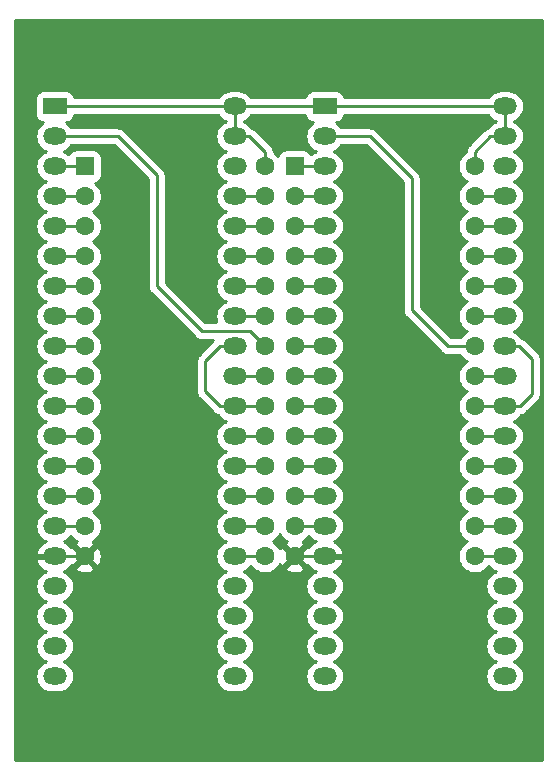
<source format=gtl>
G04 #@! TF.GenerationSoftware,KiCad,Pcbnew,(5.1.5)-3*
G04 #@! TF.CreationDate,2021-04-08T22:52:58+09:00*
G04 #@! TF.ProjectId,ROM28toEPROM32,524f4d32-3874-46f4-9550-524f4d33322e,rev?*
G04 #@! TF.SameCoordinates,Original*
G04 #@! TF.FileFunction,Copper,L1,Top*
G04 #@! TF.FilePolarity,Positive*
%FSLAX46Y46*%
G04 Gerber Fmt 4.6, Leading zero omitted, Abs format (unit mm)*
G04 Created by KiCad (PCBNEW (5.1.5)-3) date 2021-04-08 22:52:58*
%MOMM*%
%LPD*%
G04 APERTURE LIST*
%ADD10C,1.600000*%
%ADD11R,1.600000X1.600000*%
%ADD12O,2.000000X1.440000*%
%ADD13R,2.000000X1.440000*%
%ADD14C,0.800000*%
%ADD15C,0.250000*%
%ADD16C,0.254000*%
G04 APERTURE END LIST*
D10*
X96520000Y-99314000D03*
X111760000Y-99314000D03*
X96520000Y-96774000D03*
X111760000Y-96774000D03*
X96520000Y-94234000D03*
X111760000Y-94234000D03*
X96520000Y-91694000D03*
X111760000Y-91694000D03*
X96520000Y-89154000D03*
X111760000Y-89154000D03*
X96520000Y-86614000D03*
X111760000Y-86614000D03*
X96520000Y-84074000D03*
X111760000Y-84074000D03*
X96520000Y-81534000D03*
X111760000Y-81534000D03*
X96520000Y-78994000D03*
X111760000Y-78994000D03*
X96520000Y-76454000D03*
X111760000Y-76454000D03*
X96520000Y-73914000D03*
X111760000Y-73914000D03*
X96520000Y-71374000D03*
X111760000Y-71374000D03*
X96520000Y-68834000D03*
X111760000Y-68834000D03*
D11*
X96520000Y-66294000D03*
D10*
X111760000Y-66294000D03*
X78740000Y-99314000D03*
X93980000Y-99314000D03*
X78740000Y-96774000D03*
X93980000Y-96774000D03*
X78740000Y-94234000D03*
X93980000Y-94234000D03*
X78740000Y-91694000D03*
X93980000Y-91694000D03*
X78740000Y-89154000D03*
X93980000Y-89154000D03*
X78740000Y-86614000D03*
X93980000Y-86614000D03*
X78740000Y-84074000D03*
X93980000Y-84074000D03*
X78740000Y-81534000D03*
X93980000Y-81534000D03*
X78740000Y-78994000D03*
X93980000Y-78994000D03*
X78740000Y-76454000D03*
X93980000Y-76454000D03*
X78740000Y-73914000D03*
X93980000Y-73914000D03*
X78740000Y-71374000D03*
X93980000Y-71374000D03*
X78740000Y-68834000D03*
X93980000Y-68834000D03*
D11*
X78740000Y-66294000D03*
D10*
X93980000Y-66294000D03*
D12*
X114300000Y-109474000D03*
X99060000Y-109474000D03*
X114300000Y-106934000D03*
X99060000Y-106934000D03*
X114300000Y-104394000D03*
X99060000Y-104394000D03*
X114300000Y-101854000D03*
X99060000Y-101854000D03*
X114300000Y-99314000D03*
X99060000Y-99314000D03*
X114300000Y-96774000D03*
X99060000Y-96774000D03*
X114300000Y-94234000D03*
X99060000Y-94234000D03*
X114300000Y-91694000D03*
X99060000Y-91694000D03*
X114300000Y-89154000D03*
X99060000Y-89154000D03*
X114300000Y-86614000D03*
X99060000Y-86614000D03*
X114300000Y-84074000D03*
X99060000Y-84074000D03*
X114300000Y-81534000D03*
X99060000Y-81534000D03*
X114300000Y-78994000D03*
X99060000Y-78994000D03*
X114300000Y-76454000D03*
X99060000Y-76454000D03*
X114300000Y-73914000D03*
X99060000Y-73914000D03*
X114300000Y-71374000D03*
X99060000Y-71374000D03*
X114300000Y-68834000D03*
X99060000Y-68834000D03*
X114300000Y-66294000D03*
X99060000Y-66294000D03*
X114300000Y-63754000D03*
X99060000Y-63754000D03*
X114300000Y-61214000D03*
D13*
X99060000Y-61214000D03*
D12*
X91440000Y-109474000D03*
X76200000Y-109474000D03*
X91440000Y-106934000D03*
X76200000Y-106934000D03*
X91440000Y-104394000D03*
X76200000Y-104394000D03*
X91440000Y-101854000D03*
X76200000Y-101854000D03*
X91440000Y-99314000D03*
X76200000Y-99314000D03*
X91440000Y-96774000D03*
X76200000Y-96774000D03*
X91440000Y-94234000D03*
X76200000Y-94234000D03*
X91440000Y-91694000D03*
X76200000Y-91694000D03*
X91440000Y-89154000D03*
X76200000Y-89154000D03*
X91440000Y-86614000D03*
X76200000Y-86614000D03*
X91440000Y-84074000D03*
X76200000Y-84074000D03*
X91440000Y-81534000D03*
X76200000Y-81534000D03*
X91440000Y-78994000D03*
X76200000Y-78994000D03*
X91440000Y-76454000D03*
X76200000Y-76454000D03*
X91440000Y-73914000D03*
X76200000Y-73914000D03*
X91440000Y-71374000D03*
X76200000Y-71374000D03*
X91440000Y-68834000D03*
X76200000Y-68834000D03*
X91440000Y-66294000D03*
X76200000Y-66294000D03*
X91440000Y-63754000D03*
X76200000Y-63754000D03*
X91440000Y-61214000D03*
D13*
X76200000Y-61214000D03*
D14*
X86360000Y-68834000D03*
X109220000Y-68580000D03*
X86360000Y-99060000D03*
X83820000Y-93980000D03*
X86360000Y-88900000D03*
X83820000Y-83820000D03*
X81280000Y-71120000D03*
X83820000Y-78740000D03*
X83820000Y-104140000D03*
X81280000Y-109220000D03*
X81280000Y-101600000D03*
X88900000Y-73660000D03*
X86360000Y-63500000D03*
X88900000Y-66040000D03*
X86360000Y-73660000D03*
X76200000Y-55880000D03*
X83820000Y-55880000D03*
X91440000Y-55880000D03*
X114300000Y-55880000D03*
X99060000Y-55880000D03*
X106680000Y-55880000D03*
X81280000Y-58420000D03*
X88900000Y-58420000D03*
X96520000Y-58420000D03*
X104140000Y-58420000D03*
X111760000Y-58420000D03*
X81280000Y-114300000D03*
X76200000Y-114300000D03*
X86360000Y-114300000D03*
X91440000Y-114300000D03*
X96520000Y-114300000D03*
X101600000Y-114300000D03*
X106680000Y-114300000D03*
X111760000Y-114300000D03*
X86360000Y-106680000D03*
X109220000Y-76200000D03*
X109220000Y-63500000D03*
X104140000Y-68580000D03*
X101600000Y-71120000D03*
X101600000Y-78740000D03*
X101600000Y-88900000D03*
X101600000Y-99060000D03*
X101600000Y-106680000D03*
X104140000Y-83820000D03*
X104140000Y-93980000D03*
X104140000Y-101600000D03*
X104140000Y-111760000D03*
X106680000Y-88900000D03*
X106680000Y-99060000D03*
X106680000Y-106680000D03*
X109220000Y-83820000D03*
X109220000Y-93980000D03*
X109220000Y-101600000D03*
X109220000Y-109220000D03*
X96520000Y-63500000D03*
D15*
X111760000Y-68834000D02*
X114300000Y-68834000D01*
X97651370Y-96774000D02*
X99060000Y-96774000D01*
X96520000Y-96774000D02*
X97651370Y-96774000D01*
X112891370Y-71374000D02*
X114300000Y-71374000D01*
X111760000Y-71374000D02*
X112891370Y-71374000D01*
X97651370Y-94234000D02*
X99060000Y-94234000D01*
X96520000Y-94234000D02*
X97651370Y-94234000D01*
X111760000Y-73914000D02*
X114300000Y-73914000D01*
X97651370Y-91694000D02*
X99060000Y-91694000D01*
X96520000Y-91694000D02*
X97651370Y-91694000D01*
X111760000Y-76454000D02*
X114300000Y-76454000D01*
X96520000Y-89154000D02*
X99060000Y-89154000D01*
X111760000Y-78994000D02*
X114300000Y-78994000D01*
X97651370Y-86614000D02*
X99060000Y-86614000D01*
X96520000Y-86614000D02*
X97651370Y-86614000D01*
X109474000Y-81534000D02*
X111760000Y-81534000D01*
X106426000Y-67310000D02*
X106426000Y-78486000D01*
X99060000Y-63754000D02*
X102870000Y-63754000D01*
X106426000Y-78486000D02*
X109474000Y-81534000D01*
X102870000Y-63754000D02*
X106426000Y-67310000D01*
X96520000Y-84074000D02*
X99060000Y-84074000D01*
X111760000Y-84074000D02*
X114300000Y-84074000D01*
X97651370Y-81534000D02*
X99060000Y-81534000D01*
X96520000Y-81534000D02*
X97651370Y-81534000D01*
X116586000Y-85598000D02*
X115570000Y-86614000D01*
X116586000Y-82570000D02*
X116586000Y-85598000D01*
X114300000Y-81534000D02*
X115550000Y-81534000D01*
X115570000Y-86614000D02*
X114300000Y-86614000D01*
X115550000Y-81534000D02*
X116586000Y-82570000D01*
X111760000Y-86614000D02*
X114300000Y-86614000D01*
X96520000Y-78994000D02*
X99060000Y-78994000D01*
X111760000Y-89154000D02*
X114300000Y-89154000D01*
X97651370Y-76454000D02*
X99060000Y-76454000D01*
X96520000Y-76454000D02*
X97651370Y-76454000D01*
X111760000Y-91694000D02*
X114300000Y-91694000D01*
X96520000Y-73914000D02*
X99060000Y-73914000D01*
X112891370Y-94234000D02*
X114300000Y-94234000D01*
X111760000Y-94234000D02*
X112891370Y-94234000D01*
X96520000Y-71374000D02*
X99060000Y-71374000D01*
X111760000Y-96774000D02*
X114300000Y-96774000D01*
X97651370Y-68834000D02*
X99060000Y-68834000D01*
X96520000Y-68834000D02*
X97651370Y-68834000D01*
X111760000Y-99314000D02*
X114300000Y-99314000D01*
X96520000Y-66294000D02*
X99060000Y-66294000D01*
X77450000Y-61214000D02*
X91440000Y-61214000D01*
X76200000Y-61214000D02*
X77450000Y-61214000D01*
X91440000Y-61214000D02*
X91440000Y-63754000D01*
X92690000Y-63754000D02*
X93980000Y-65044000D01*
X91440000Y-63754000D02*
X92690000Y-63754000D01*
X114300000Y-61214000D02*
X113050000Y-61214000D01*
X100310000Y-61214000D02*
X114300000Y-61214000D01*
X99060000Y-61214000D02*
X100310000Y-61214000D01*
X114300000Y-61214000D02*
X114300000Y-63754000D01*
X111760000Y-65162630D02*
X111760000Y-66294000D01*
X111760000Y-65044000D02*
X111760000Y-65162630D01*
X113050000Y-63754000D02*
X111760000Y-65044000D01*
X114300000Y-63754000D02*
X113050000Y-63754000D01*
X91440000Y-61214000D02*
X99060000Y-61214000D01*
X93980000Y-65044000D02*
X93980000Y-66294000D01*
X76200000Y-99314000D02*
X78740000Y-99314000D01*
X96520000Y-99314000D02*
X99060000Y-99314000D01*
X77450000Y-96774000D02*
X78740000Y-96774000D01*
X76200000Y-96774000D02*
X77450000Y-96774000D01*
X76200000Y-94234000D02*
X78740000Y-94234000D01*
X76200000Y-91694000D02*
X78740000Y-91694000D01*
X76200000Y-89154000D02*
X78740000Y-89154000D01*
X76200000Y-86614000D02*
X78740000Y-86614000D01*
X77450000Y-84074000D02*
X78740000Y-84074000D01*
X76200000Y-84074000D02*
X77450000Y-84074000D01*
X77450000Y-81534000D02*
X78740000Y-81534000D01*
X76200000Y-81534000D02*
X77450000Y-81534000D01*
X76200000Y-78994000D02*
X78740000Y-78994000D01*
X76200000Y-76454000D02*
X78740000Y-76454000D01*
X77450000Y-73914000D02*
X78740000Y-73914000D01*
X76200000Y-73914000D02*
X77450000Y-73914000D01*
X77450000Y-71374000D02*
X78740000Y-71374000D01*
X76200000Y-71374000D02*
X77450000Y-71374000D01*
X76200000Y-68834000D02*
X78740000Y-68834000D01*
X76200000Y-66294000D02*
X78740000Y-66294000D01*
X92690000Y-99314000D02*
X93980000Y-99314000D01*
X91440000Y-99314000D02*
X92690000Y-99314000D01*
X92690000Y-96774000D02*
X93980000Y-96774000D01*
X91440000Y-96774000D02*
X92690000Y-96774000D01*
X92690000Y-94234000D02*
X93980000Y-94234000D01*
X91440000Y-94234000D02*
X92690000Y-94234000D01*
X91440000Y-91694000D02*
X93980000Y-91694000D01*
X92690000Y-89154000D02*
X93980000Y-89154000D01*
X91440000Y-89154000D02*
X92690000Y-89154000D01*
X90190000Y-81534000D02*
X88920000Y-82804000D01*
X91440000Y-81534000D02*
X90190000Y-81534000D01*
X90190000Y-86614000D02*
X91440000Y-86614000D01*
X88920000Y-85344000D02*
X90190000Y-86614000D01*
X88920000Y-82804000D02*
X88920000Y-85344000D01*
X91440000Y-86614000D02*
X93980000Y-86614000D01*
X91440000Y-84074000D02*
X93980000Y-84074000D01*
X81534000Y-63754000D02*
X76200000Y-63754000D01*
X92710000Y-80264000D02*
X88646000Y-80264000D01*
X93980000Y-81534000D02*
X92710000Y-80264000D01*
X88646000Y-80264000D02*
X84836000Y-76454000D01*
X84836000Y-76454000D02*
X84836000Y-67056000D01*
X84836000Y-67056000D02*
X81534000Y-63754000D01*
X91440000Y-78994000D02*
X93980000Y-78994000D01*
X92690000Y-76454000D02*
X93980000Y-76454000D01*
X91440000Y-76454000D02*
X92690000Y-76454000D01*
X91440000Y-73914000D02*
X93980000Y-73914000D01*
X91440000Y-71374000D02*
X93980000Y-71374000D01*
X92690000Y-68834000D02*
X93980000Y-68834000D01*
X91440000Y-68834000D02*
X92690000Y-68834000D01*
D16*
G36*
X117508001Y-116548000D02*
G01*
X72828000Y-116548000D01*
X72828000Y-63754000D01*
X74558444Y-63754000D01*
X74584606Y-64019626D01*
X74662086Y-64275045D01*
X74787908Y-64510440D01*
X74957235Y-64716765D01*
X75163560Y-64886092D01*
X75398955Y-65011914D01*
X75438797Y-65024000D01*
X75398955Y-65036086D01*
X75163560Y-65161908D01*
X74957235Y-65331235D01*
X74787908Y-65537560D01*
X74662086Y-65772955D01*
X74584606Y-66028374D01*
X74558444Y-66294000D01*
X74584606Y-66559626D01*
X74662086Y-66815045D01*
X74787908Y-67050440D01*
X74957235Y-67256765D01*
X75163560Y-67426092D01*
X75398955Y-67551914D01*
X75438797Y-67564000D01*
X75398955Y-67576086D01*
X75163560Y-67701908D01*
X74957235Y-67871235D01*
X74787908Y-68077560D01*
X74662086Y-68312955D01*
X74584606Y-68568374D01*
X74558444Y-68834000D01*
X74584606Y-69099626D01*
X74662086Y-69355045D01*
X74787908Y-69590440D01*
X74957235Y-69796765D01*
X75163560Y-69966092D01*
X75398955Y-70091914D01*
X75438797Y-70104000D01*
X75398955Y-70116086D01*
X75163560Y-70241908D01*
X74957235Y-70411235D01*
X74787908Y-70617560D01*
X74662086Y-70852955D01*
X74584606Y-71108374D01*
X74558444Y-71374000D01*
X74584606Y-71639626D01*
X74662086Y-71895045D01*
X74787908Y-72130440D01*
X74957235Y-72336765D01*
X75163560Y-72506092D01*
X75398955Y-72631914D01*
X75438797Y-72644000D01*
X75398955Y-72656086D01*
X75163560Y-72781908D01*
X74957235Y-72951235D01*
X74787908Y-73157560D01*
X74662086Y-73392955D01*
X74584606Y-73648374D01*
X74558444Y-73914000D01*
X74584606Y-74179626D01*
X74662086Y-74435045D01*
X74787908Y-74670440D01*
X74957235Y-74876765D01*
X75163560Y-75046092D01*
X75398955Y-75171914D01*
X75438797Y-75184000D01*
X75398955Y-75196086D01*
X75163560Y-75321908D01*
X74957235Y-75491235D01*
X74787908Y-75697560D01*
X74662086Y-75932955D01*
X74584606Y-76188374D01*
X74558444Y-76454000D01*
X74584606Y-76719626D01*
X74662086Y-76975045D01*
X74787908Y-77210440D01*
X74957235Y-77416765D01*
X75163560Y-77586092D01*
X75398955Y-77711914D01*
X75438797Y-77724000D01*
X75398955Y-77736086D01*
X75163560Y-77861908D01*
X74957235Y-78031235D01*
X74787908Y-78237560D01*
X74662086Y-78472955D01*
X74584606Y-78728374D01*
X74558444Y-78994000D01*
X74584606Y-79259626D01*
X74662086Y-79515045D01*
X74787908Y-79750440D01*
X74957235Y-79956765D01*
X75163560Y-80126092D01*
X75398955Y-80251914D01*
X75438797Y-80264000D01*
X75398955Y-80276086D01*
X75163560Y-80401908D01*
X74957235Y-80571235D01*
X74787908Y-80777560D01*
X74662086Y-81012955D01*
X74584606Y-81268374D01*
X74558444Y-81534000D01*
X74584606Y-81799626D01*
X74662086Y-82055045D01*
X74787908Y-82290440D01*
X74957235Y-82496765D01*
X75163560Y-82666092D01*
X75398955Y-82791914D01*
X75438797Y-82804000D01*
X75398955Y-82816086D01*
X75163560Y-82941908D01*
X74957235Y-83111235D01*
X74787908Y-83317560D01*
X74662086Y-83552955D01*
X74584606Y-83808374D01*
X74558444Y-84074000D01*
X74584606Y-84339626D01*
X74662086Y-84595045D01*
X74787908Y-84830440D01*
X74957235Y-85036765D01*
X75163560Y-85206092D01*
X75398955Y-85331914D01*
X75438797Y-85344000D01*
X75398955Y-85356086D01*
X75163560Y-85481908D01*
X74957235Y-85651235D01*
X74787908Y-85857560D01*
X74662086Y-86092955D01*
X74584606Y-86348374D01*
X74558444Y-86614000D01*
X74584606Y-86879626D01*
X74662086Y-87135045D01*
X74787908Y-87370440D01*
X74957235Y-87576765D01*
X75163560Y-87746092D01*
X75398955Y-87871914D01*
X75438797Y-87884000D01*
X75398955Y-87896086D01*
X75163560Y-88021908D01*
X74957235Y-88191235D01*
X74787908Y-88397560D01*
X74662086Y-88632955D01*
X74584606Y-88888374D01*
X74558444Y-89154000D01*
X74584606Y-89419626D01*
X74662086Y-89675045D01*
X74787908Y-89910440D01*
X74957235Y-90116765D01*
X75163560Y-90286092D01*
X75398955Y-90411914D01*
X75438797Y-90424000D01*
X75398955Y-90436086D01*
X75163560Y-90561908D01*
X74957235Y-90731235D01*
X74787908Y-90937560D01*
X74662086Y-91172955D01*
X74584606Y-91428374D01*
X74558444Y-91694000D01*
X74584606Y-91959626D01*
X74662086Y-92215045D01*
X74787908Y-92450440D01*
X74957235Y-92656765D01*
X75163560Y-92826092D01*
X75398955Y-92951914D01*
X75438797Y-92964000D01*
X75398955Y-92976086D01*
X75163560Y-93101908D01*
X74957235Y-93271235D01*
X74787908Y-93477560D01*
X74662086Y-93712955D01*
X74584606Y-93968374D01*
X74558444Y-94234000D01*
X74584606Y-94499626D01*
X74662086Y-94755045D01*
X74787908Y-94990440D01*
X74957235Y-95196765D01*
X75163560Y-95366092D01*
X75398955Y-95491914D01*
X75438797Y-95504000D01*
X75398955Y-95516086D01*
X75163560Y-95641908D01*
X74957235Y-95811235D01*
X74787908Y-96017560D01*
X74662086Y-96252955D01*
X74584606Y-96508374D01*
X74558444Y-96774000D01*
X74584606Y-97039626D01*
X74662086Y-97295045D01*
X74787908Y-97530440D01*
X74957235Y-97736765D01*
X75163560Y-97906092D01*
X75398955Y-98031914D01*
X75443759Y-98045505D01*
X75284131Y-98110744D01*
X75061605Y-98257916D01*
X74872067Y-98445673D01*
X74722801Y-98666799D01*
X74619542Y-98912797D01*
X74607441Y-98977528D01*
X74730511Y-99187000D01*
X76073000Y-99187000D01*
X76073000Y-99167000D01*
X76327000Y-99167000D01*
X76327000Y-99187000D01*
X76347000Y-99187000D01*
X76347000Y-99441000D01*
X76327000Y-99441000D01*
X76327000Y-99461000D01*
X76073000Y-99461000D01*
X76073000Y-99441000D01*
X74730511Y-99441000D01*
X74607441Y-99650472D01*
X74619542Y-99715203D01*
X74722801Y-99961201D01*
X74872067Y-100182327D01*
X75061605Y-100370084D01*
X75284131Y-100517256D01*
X75443759Y-100582495D01*
X75398955Y-100596086D01*
X75163560Y-100721908D01*
X74957235Y-100891235D01*
X74787908Y-101097560D01*
X74662086Y-101332955D01*
X74584606Y-101588374D01*
X74558444Y-101854000D01*
X74584606Y-102119626D01*
X74662086Y-102375045D01*
X74787908Y-102610440D01*
X74957235Y-102816765D01*
X75163560Y-102986092D01*
X75398955Y-103111914D01*
X75438797Y-103124000D01*
X75398955Y-103136086D01*
X75163560Y-103261908D01*
X74957235Y-103431235D01*
X74787908Y-103637560D01*
X74662086Y-103872955D01*
X74584606Y-104128374D01*
X74558444Y-104394000D01*
X74584606Y-104659626D01*
X74662086Y-104915045D01*
X74787908Y-105150440D01*
X74957235Y-105356765D01*
X75163560Y-105526092D01*
X75398955Y-105651914D01*
X75438797Y-105664000D01*
X75398955Y-105676086D01*
X75163560Y-105801908D01*
X74957235Y-105971235D01*
X74787908Y-106177560D01*
X74662086Y-106412955D01*
X74584606Y-106668374D01*
X74558444Y-106934000D01*
X74584606Y-107199626D01*
X74662086Y-107455045D01*
X74787908Y-107690440D01*
X74957235Y-107896765D01*
X75163560Y-108066092D01*
X75398955Y-108191914D01*
X75438797Y-108204000D01*
X75398955Y-108216086D01*
X75163560Y-108341908D01*
X74957235Y-108511235D01*
X74787908Y-108717560D01*
X74662086Y-108952955D01*
X74584606Y-109208374D01*
X74558444Y-109474000D01*
X74584606Y-109739626D01*
X74662086Y-109995045D01*
X74787908Y-110230440D01*
X74957235Y-110436765D01*
X75163560Y-110606092D01*
X75398955Y-110731914D01*
X75654374Y-110809394D01*
X75853436Y-110829000D01*
X76546564Y-110829000D01*
X76745626Y-110809394D01*
X77001045Y-110731914D01*
X77236440Y-110606092D01*
X77442765Y-110436765D01*
X77612092Y-110230440D01*
X77737914Y-109995045D01*
X77815394Y-109739626D01*
X77841556Y-109474000D01*
X77815394Y-109208374D01*
X77737914Y-108952955D01*
X77612092Y-108717560D01*
X77442765Y-108511235D01*
X77236440Y-108341908D01*
X77001045Y-108216086D01*
X76961203Y-108204000D01*
X77001045Y-108191914D01*
X77236440Y-108066092D01*
X77442765Y-107896765D01*
X77612092Y-107690440D01*
X77737914Y-107455045D01*
X77815394Y-107199626D01*
X77841556Y-106934000D01*
X77815394Y-106668374D01*
X77737914Y-106412955D01*
X77612092Y-106177560D01*
X77442765Y-105971235D01*
X77236440Y-105801908D01*
X77001045Y-105676086D01*
X76961203Y-105664000D01*
X77001045Y-105651914D01*
X77236440Y-105526092D01*
X77442765Y-105356765D01*
X77612092Y-105150440D01*
X77737914Y-104915045D01*
X77815394Y-104659626D01*
X77841556Y-104394000D01*
X77815394Y-104128374D01*
X77737914Y-103872955D01*
X77612092Y-103637560D01*
X77442765Y-103431235D01*
X77236440Y-103261908D01*
X77001045Y-103136086D01*
X76961203Y-103124000D01*
X77001045Y-103111914D01*
X77236440Y-102986092D01*
X77442765Y-102816765D01*
X77612092Y-102610440D01*
X77737914Y-102375045D01*
X77815394Y-102119626D01*
X77841556Y-101854000D01*
X77815394Y-101588374D01*
X77737914Y-101332955D01*
X77612092Y-101097560D01*
X77442765Y-100891235D01*
X77236440Y-100721908D01*
X77001045Y-100596086D01*
X76956241Y-100582495D01*
X77115869Y-100517256D01*
X77338395Y-100370084D01*
X77402378Y-100306702D01*
X77926903Y-100306702D01*
X77998486Y-100550671D01*
X78253996Y-100671571D01*
X78528184Y-100740300D01*
X78810512Y-100754217D01*
X79090130Y-100712787D01*
X79356292Y-100617603D01*
X79481514Y-100550671D01*
X79553097Y-100306702D01*
X78740000Y-99493605D01*
X77926903Y-100306702D01*
X77402378Y-100306702D01*
X77527933Y-100182327D01*
X77595316Y-100082504D01*
X77747298Y-100127097D01*
X78560395Y-99314000D01*
X78919605Y-99314000D01*
X79732702Y-100127097D01*
X79976671Y-100055514D01*
X80097571Y-99800004D01*
X80166300Y-99525816D01*
X80180217Y-99243488D01*
X80138787Y-98963870D01*
X80043603Y-98697708D01*
X79976671Y-98572486D01*
X79732702Y-98500903D01*
X78919605Y-99314000D01*
X78560395Y-99314000D01*
X77747298Y-98500903D01*
X77595316Y-98545496D01*
X77527933Y-98445673D01*
X77338395Y-98257916D01*
X77115869Y-98110744D01*
X76956241Y-98045505D01*
X77001045Y-98031914D01*
X77236440Y-97906092D01*
X77442765Y-97736765D01*
X77561097Y-97592578D01*
X77625363Y-97688759D01*
X77825241Y-97888637D01*
X78059128Y-98044915D01*
X77998486Y-98077329D01*
X77926903Y-98321298D01*
X78740000Y-99134395D01*
X79553097Y-98321298D01*
X79481514Y-98077329D01*
X79417008Y-98046806D01*
X79419727Y-98045680D01*
X79654759Y-97888637D01*
X79854637Y-97688759D01*
X80011680Y-97453727D01*
X80119853Y-97192574D01*
X80175000Y-96915335D01*
X80175000Y-96632665D01*
X80119853Y-96355426D01*
X80011680Y-96094273D01*
X79854637Y-95859241D01*
X79654759Y-95659363D01*
X79422241Y-95504000D01*
X79654759Y-95348637D01*
X79854637Y-95148759D01*
X80011680Y-94913727D01*
X80119853Y-94652574D01*
X80175000Y-94375335D01*
X80175000Y-94092665D01*
X80119853Y-93815426D01*
X80011680Y-93554273D01*
X79854637Y-93319241D01*
X79654759Y-93119363D01*
X79422241Y-92964000D01*
X79654759Y-92808637D01*
X79854637Y-92608759D01*
X80011680Y-92373727D01*
X80119853Y-92112574D01*
X80175000Y-91835335D01*
X80175000Y-91552665D01*
X80119853Y-91275426D01*
X80011680Y-91014273D01*
X79854637Y-90779241D01*
X79654759Y-90579363D01*
X79422241Y-90424000D01*
X79654759Y-90268637D01*
X79854637Y-90068759D01*
X80011680Y-89833727D01*
X80119853Y-89572574D01*
X80175000Y-89295335D01*
X80175000Y-89012665D01*
X80119853Y-88735426D01*
X80011680Y-88474273D01*
X79854637Y-88239241D01*
X79654759Y-88039363D01*
X79422241Y-87884000D01*
X79654759Y-87728637D01*
X79854637Y-87528759D01*
X80011680Y-87293727D01*
X80119853Y-87032574D01*
X80175000Y-86755335D01*
X80175000Y-86472665D01*
X80119853Y-86195426D01*
X80011680Y-85934273D01*
X79854637Y-85699241D01*
X79654759Y-85499363D01*
X79422241Y-85344000D01*
X79654759Y-85188637D01*
X79854637Y-84988759D01*
X80011680Y-84753727D01*
X80119853Y-84492574D01*
X80175000Y-84215335D01*
X80175000Y-83932665D01*
X80119853Y-83655426D01*
X80011680Y-83394273D01*
X79854637Y-83159241D01*
X79654759Y-82959363D01*
X79422241Y-82804000D01*
X79654759Y-82648637D01*
X79854637Y-82448759D01*
X80011680Y-82213727D01*
X80119853Y-81952574D01*
X80175000Y-81675335D01*
X80175000Y-81392665D01*
X80119853Y-81115426D01*
X80011680Y-80854273D01*
X79854637Y-80619241D01*
X79654759Y-80419363D01*
X79422241Y-80264000D01*
X79654759Y-80108637D01*
X79854637Y-79908759D01*
X80011680Y-79673727D01*
X80119853Y-79412574D01*
X80175000Y-79135335D01*
X80175000Y-78852665D01*
X80119853Y-78575426D01*
X80011680Y-78314273D01*
X79854637Y-78079241D01*
X79654759Y-77879363D01*
X79422241Y-77724000D01*
X79654759Y-77568637D01*
X79854637Y-77368759D01*
X80011680Y-77133727D01*
X80119853Y-76872574D01*
X80175000Y-76595335D01*
X80175000Y-76312665D01*
X80119853Y-76035426D01*
X80011680Y-75774273D01*
X79854637Y-75539241D01*
X79654759Y-75339363D01*
X79422241Y-75184000D01*
X79654759Y-75028637D01*
X79854637Y-74828759D01*
X80011680Y-74593727D01*
X80119853Y-74332574D01*
X80175000Y-74055335D01*
X80175000Y-73772665D01*
X80119853Y-73495426D01*
X80011680Y-73234273D01*
X79854637Y-72999241D01*
X79654759Y-72799363D01*
X79422241Y-72644000D01*
X79654759Y-72488637D01*
X79854637Y-72288759D01*
X80011680Y-72053727D01*
X80119853Y-71792574D01*
X80175000Y-71515335D01*
X80175000Y-71232665D01*
X80119853Y-70955426D01*
X80011680Y-70694273D01*
X79854637Y-70459241D01*
X79654759Y-70259363D01*
X79422241Y-70104000D01*
X79654759Y-69948637D01*
X79854637Y-69748759D01*
X80011680Y-69513727D01*
X80119853Y-69252574D01*
X80175000Y-68975335D01*
X80175000Y-68692665D01*
X80119853Y-68415426D01*
X80011680Y-68154273D01*
X79854637Y-67919241D01*
X79656039Y-67720643D01*
X79664482Y-67719812D01*
X79784180Y-67683502D01*
X79894494Y-67624537D01*
X79991185Y-67545185D01*
X80070537Y-67448494D01*
X80129502Y-67338180D01*
X80165812Y-67218482D01*
X80178072Y-67094000D01*
X80178072Y-65494000D01*
X80165812Y-65369518D01*
X80129502Y-65249820D01*
X80070537Y-65139506D01*
X79991185Y-65042815D01*
X79894494Y-64963463D01*
X79784180Y-64904498D01*
X79664482Y-64868188D01*
X79540000Y-64855928D01*
X77940000Y-64855928D01*
X77815518Y-64868188D01*
X77695820Y-64904498D01*
X77585506Y-64963463D01*
X77488815Y-65042815D01*
X77409463Y-65139506D01*
X77350498Y-65249820D01*
X77349115Y-65254378D01*
X77236440Y-65161908D01*
X77001045Y-65036086D01*
X76961203Y-65024000D01*
X77001045Y-65011914D01*
X77236440Y-64886092D01*
X77442765Y-64716765D01*
X77609170Y-64514000D01*
X81219199Y-64514000D01*
X84076001Y-67370803D01*
X84076000Y-76416678D01*
X84072324Y-76454000D01*
X84076000Y-76491322D01*
X84076000Y-76491332D01*
X84086997Y-76602985D01*
X84122379Y-76719626D01*
X84130454Y-76746246D01*
X84201026Y-76878276D01*
X84240871Y-76926826D01*
X84295999Y-76994001D01*
X84325003Y-77017804D01*
X88082200Y-80775002D01*
X88105999Y-80804001D01*
X88221724Y-80898974D01*
X88353753Y-80969546D01*
X88497014Y-81013003D01*
X88608667Y-81024000D01*
X88608675Y-81024000D01*
X88646000Y-81027676D01*
X88683325Y-81024000D01*
X89625198Y-81024000D01*
X88409003Y-82240196D01*
X88379999Y-82263999D01*
X88324871Y-82331174D01*
X88285026Y-82379724D01*
X88248126Y-82448759D01*
X88214454Y-82511754D01*
X88170997Y-82655015D01*
X88160000Y-82766668D01*
X88160000Y-82766678D01*
X88156324Y-82804000D01*
X88160000Y-82841323D01*
X88160001Y-85306668D01*
X88156324Y-85344000D01*
X88160001Y-85381333D01*
X88170998Y-85492986D01*
X88175856Y-85509000D01*
X88214454Y-85636246D01*
X88285026Y-85768276D01*
X88355379Y-85854000D01*
X88380000Y-85884001D01*
X88408998Y-85907799D01*
X89626201Y-87125003D01*
X89649999Y-87154001D01*
X89765724Y-87248974D01*
X89897753Y-87319546D01*
X90020627Y-87356819D01*
X90027908Y-87370440D01*
X90197235Y-87576765D01*
X90403560Y-87746092D01*
X90638955Y-87871914D01*
X90678797Y-87884000D01*
X90638955Y-87896086D01*
X90403560Y-88021908D01*
X90197235Y-88191235D01*
X90027908Y-88397560D01*
X89902086Y-88632955D01*
X89824606Y-88888374D01*
X89798444Y-89154000D01*
X89824606Y-89419626D01*
X89902086Y-89675045D01*
X90027908Y-89910440D01*
X90197235Y-90116765D01*
X90403560Y-90286092D01*
X90638955Y-90411914D01*
X90678797Y-90424000D01*
X90638955Y-90436086D01*
X90403560Y-90561908D01*
X90197235Y-90731235D01*
X90027908Y-90937560D01*
X89902086Y-91172955D01*
X89824606Y-91428374D01*
X89798444Y-91694000D01*
X89824606Y-91959626D01*
X89902086Y-92215045D01*
X90027908Y-92450440D01*
X90197235Y-92656765D01*
X90403560Y-92826092D01*
X90638955Y-92951914D01*
X90678797Y-92964000D01*
X90638955Y-92976086D01*
X90403560Y-93101908D01*
X90197235Y-93271235D01*
X90027908Y-93477560D01*
X89902086Y-93712955D01*
X89824606Y-93968374D01*
X89798444Y-94234000D01*
X89824606Y-94499626D01*
X89902086Y-94755045D01*
X90027908Y-94990440D01*
X90197235Y-95196765D01*
X90403560Y-95366092D01*
X90638955Y-95491914D01*
X90678797Y-95504000D01*
X90638955Y-95516086D01*
X90403560Y-95641908D01*
X90197235Y-95811235D01*
X90027908Y-96017560D01*
X89902086Y-96252955D01*
X89824606Y-96508374D01*
X89798444Y-96774000D01*
X89824606Y-97039626D01*
X89902086Y-97295045D01*
X90027908Y-97530440D01*
X90197235Y-97736765D01*
X90403560Y-97906092D01*
X90638955Y-98031914D01*
X90678797Y-98044000D01*
X90638955Y-98056086D01*
X90403560Y-98181908D01*
X90197235Y-98351235D01*
X90027908Y-98557560D01*
X89902086Y-98792955D01*
X89824606Y-99048374D01*
X89798444Y-99314000D01*
X89824606Y-99579626D01*
X89902086Y-99835045D01*
X90027908Y-100070440D01*
X90197235Y-100276765D01*
X90403560Y-100446092D01*
X90638955Y-100571914D01*
X90678797Y-100584000D01*
X90638955Y-100596086D01*
X90403560Y-100721908D01*
X90197235Y-100891235D01*
X90027908Y-101097560D01*
X89902086Y-101332955D01*
X89824606Y-101588374D01*
X89798444Y-101854000D01*
X89824606Y-102119626D01*
X89902086Y-102375045D01*
X90027908Y-102610440D01*
X90197235Y-102816765D01*
X90403560Y-102986092D01*
X90638955Y-103111914D01*
X90678797Y-103124000D01*
X90638955Y-103136086D01*
X90403560Y-103261908D01*
X90197235Y-103431235D01*
X90027908Y-103637560D01*
X89902086Y-103872955D01*
X89824606Y-104128374D01*
X89798444Y-104394000D01*
X89824606Y-104659626D01*
X89902086Y-104915045D01*
X90027908Y-105150440D01*
X90197235Y-105356765D01*
X90403560Y-105526092D01*
X90638955Y-105651914D01*
X90678797Y-105664000D01*
X90638955Y-105676086D01*
X90403560Y-105801908D01*
X90197235Y-105971235D01*
X90027908Y-106177560D01*
X89902086Y-106412955D01*
X89824606Y-106668374D01*
X89798444Y-106934000D01*
X89824606Y-107199626D01*
X89902086Y-107455045D01*
X90027908Y-107690440D01*
X90197235Y-107896765D01*
X90403560Y-108066092D01*
X90638955Y-108191914D01*
X90678797Y-108204000D01*
X90638955Y-108216086D01*
X90403560Y-108341908D01*
X90197235Y-108511235D01*
X90027908Y-108717560D01*
X89902086Y-108952955D01*
X89824606Y-109208374D01*
X89798444Y-109474000D01*
X89824606Y-109739626D01*
X89902086Y-109995045D01*
X90027908Y-110230440D01*
X90197235Y-110436765D01*
X90403560Y-110606092D01*
X90638955Y-110731914D01*
X90894374Y-110809394D01*
X91093436Y-110829000D01*
X91786564Y-110829000D01*
X91985626Y-110809394D01*
X92241045Y-110731914D01*
X92476440Y-110606092D01*
X92682765Y-110436765D01*
X92852092Y-110230440D01*
X92977914Y-109995045D01*
X93055394Y-109739626D01*
X93081556Y-109474000D01*
X93055394Y-109208374D01*
X92977914Y-108952955D01*
X92852092Y-108717560D01*
X92682765Y-108511235D01*
X92476440Y-108341908D01*
X92241045Y-108216086D01*
X92201203Y-108204000D01*
X92241045Y-108191914D01*
X92476440Y-108066092D01*
X92682765Y-107896765D01*
X92852092Y-107690440D01*
X92977914Y-107455045D01*
X93055394Y-107199626D01*
X93081556Y-106934000D01*
X93055394Y-106668374D01*
X92977914Y-106412955D01*
X92852092Y-106177560D01*
X92682765Y-105971235D01*
X92476440Y-105801908D01*
X92241045Y-105676086D01*
X92201203Y-105664000D01*
X92241045Y-105651914D01*
X92476440Y-105526092D01*
X92682765Y-105356765D01*
X92852092Y-105150440D01*
X92977914Y-104915045D01*
X93055394Y-104659626D01*
X93081556Y-104394000D01*
X93055394Y-104128374D01*
X92977914Y-103872955D01*
X92852092Y-103637560D01*
X92682765Y-103431235D01*
X92476440Y-103261908D01*
X92241045Y-103136086D01*
X92201203Y-103124000D01*
X92241045Y-103111914D01*
X92476440Y-102986092D01*
X92682765Y-102816765D01*
X92852092Y-102610440D01*
X92977914Y-102375045D01*
X93055394Y-102119626D01*
X93081556Y-101854000D01*
X93055394Y-101588374D01*
X92977914Y-101332955D01*
X92852092Y-101097560D01*
X92682765Y-100891235D01*
X92476440Y-100721908D01*
X92241045Y-100596086D01*
X92201203Y-100584000D01*
X92241045Y-100571914D01*
X92476440Y-100446092D01*
X92682765Y-100276765D01*
X92801097Y-100132578D01*
X92865363Y-100228759D01*
X93065241Y-100428637D01*
X93300273Y-100585680D01*
X93561426Y-100693853D01*
X93838665Y-100749000D01*
X94121335Y-100749000D01*
X94398574Y-100693853D01*
X94659727Y-100585680D01*
X94894759Y-100428637D01*
X95016694Y-100306702D01*
X95706903Y-100306702D01*
X95778486Y-100550671D01*
X96033996Y-100671571D01*
X96308184Y-100740300D01*
X96590512Y-100754217D01*
X96870130Y-100712787D01*
X97136292Y-100617603D01*
X97261514Y-100550671D01*
X97333097Y-100306702D01*
X96520000Y-99493605D01*
X95706903Y-100306702D01*
X95016694Y-100306702D01*
X95094637Y-100228759D01*
X95250915Y-99994872D01*
X95283329Y-100055514D01*
X95527298Y-100127097D01*
X96340395Y-99314000D01*
X95527298Y-98500903D01*
X95283329Y-98572486D01*
X95252806Y-98636992D01*
X95251680Y-98634273D01*
X95094637Y-98399241D01*
X94894759Y-98199363D01*
X94662241Y-98044000D01*
X94894759Y-97888637D01*
X95094637Y-97688759D01*
X95250000Y-97456241D01*
X95405363Y-97688759D01*
X95605241Y-97888637D01*
X95839128Y-98044915D01*
X95778486Y-98077329D01*
X95706903Y-98321298D01*
X96520000Y-99134395D01*
X97333097Y-98321298D01*
X97261514Y-98077329D01*
X97197008Y-98046806D01*
X97199727Y-98045680D01*
X97434759Y-97888637D01*
X97634637Y-97688759D01*
X97698903Y-97592578D01*
X97817235Y-97736765D01*
X98023560Y-97906092D01*
X98258955Y-98031914D01*
X98303759Y-98045505D01*
X98144131Y-98110744D01*
X97921605Y-98257916D01*
X97732067Y-98445673D01*
X97664684Y-98545496D01*
X97512702Y-98500903D01*
X96699605Y-99314000D01*
X97512702Y-100127097D01*
X97664684Y-100082504D01*
X97732067Y-100182327D01*
X97921605Y-100370084D01*
X98144131Y-100517256D01*
X98303759Y-100582495D01*
X98258955Y-100596086D01*
X98023560Y-100721908D01*
X97817235Y-100891235D01*
X97647908Y-101097560D01*
X97522086Y-101332955D01*
X97444606Y-101588374D01*
X97418444Y-101854000D01*
X97444606Y-102119626D01*
X97522086Y-102375045D01*
X97647908Y-102610440D01*
X97817235Y-102816765D01*
X98023560Y-102986092D01*
X98258955Y-103111914D01*
X98298797Y-103124000D01*
X98258955Y-103136086D01*
X98023560Y-103261908D01*
X97817235Y-103431235D01*
X97647908Y-103637560D01*
X97522086Y-103872955D01*
X97444606Y-104128374D01*
X97418444Y-104394000D01*
X97444606Y-104659626D01*
X97522086Y-104915045D01*
X97647908Y-105150440D01*
X97817235Y-105356765D01*
X98023560Y-105526092D01*
X98258955Y-105651914D01*
X98298797Y-105664000D01*
X98258955Y-105676086D01*
X98023560Y-105801908D01*
X97817235Y-105971235D01*
X97647908Y-106177560D01*
X97522086Y-106412955D01*
X97444606Y-106668374D01*
X97418444Y-106934000D01*
X97444606Y-107199626D01*
X97522086Y-107455045D01*
X97647908Y-107690440D01*
X97817235Y-107896765D01*
X98023560Y-108066092D01*
X98258955Y-108191914D01*
X98298797Y-108204000D01*
X98258955Y-108216086D01*
X98023560Y-108341908D01*
X97817235Y-108511235D01*
X97647908Y-108717560D01*
X97522086Y-108952955D01*
X97444606Y-109208374D01*
X97418444Y-109474000D01*
X97444606Y-109739626D01*
X97522086Y-109995045D01*
X97647908Y-110230440D01*
X97817235Y-110436765D01*
X98023560Y-110606092D01*
X98258955Y-110731914D01*
X98514374Y-110809394D01*
X98713436Y-110829000D01*
X99406564Y-110829000D01*
X99605626Y-110809394D01*
X99861045Y-110731914D01*
X100096440Y-110606092D01*
X100302765Y-110436765D01*
X100472092Y-110230440D01*
X100597914Y-109995045D01*
X100675394Y-109739626D01*
X100701556Y-109474000D01*
X100675394Y-109208374D01*
X100597914Y-108952955D01*
X100472092Y-108717560D01*
X100302765Y-108511235D01*
X100096440Y-108341908D01*
X99861045Y-108216086D01*
X99821203Y-108204000D01*
X99861045Y-108191914D01*
X100096440Y-108066092D01*
X100302765Y-107896765D01*
X100472092Y-107690440D01*
X100597914Y-107455045D01*
X100675394Y-107199626D01*
X100701556Y-106934000D01*
X100675394Y-106668374D01*
X100597914Y-106412955D01*
X100472092Y-106177560D01*
X100302765Y-105971235D01*
X100096440Y-105801908D01*
X99861045Y-105676086D01*
X99821203Y-105664000D01*
X99861045Y-105651914D01*
X100096440Y-105526092D01*
X100302765Y-105356765D01*
X100472092Y-105150440D01*
X100597914Y-104915045D01*
X100675394Y-104659626D01*
X100701556Y-104394000D01*
X100675394Y-104128374D01*
X100597914Y-103872955D01*
X100472092Y-103637560D01*
X100302765Y-103431235D01*
X100096440Y-103261908D01*
X99861045Y-103136086D01*
X99821203Y-103124000D01*
X99861045Y-103111914D01*
X100096440Y-102986092D01*
X100302765Y-102816765D01*
X100472092Y-102610440D01*
X100597914Y-102375045D01*
X100675394Y-102119626D01*
X100701556Y-101854000D01*
X100675394Y-101588374D01*
X100597914Y-101332955D01*
X100472092Y-101097560D01*
X100302765Y-100891235D01*
X100096440Y-100721908D01*
X99861045Y-100596086D01*
X99816241Y-100582495D01*
X99975869Y-100517256D01*
X100198395Y-100370084D01*
X100387933Y-100182327D01*
X100537199Y-99961201D01*
X100640458Y-99715203D01*
X100652559Y-99650472D01*
X100529489Y-99441000D01*
X99187000Y-99441000D01*
X99187000Y-99461000D01*
X98933000Y-99461000D01*
X98933000Y-99441000D01*
X98913000Y-99441000D01*
X98913000Y-99187000D01*
X98933000Y-99187000D01*
X98933000Y-99167000D01*
X99187000Y-99167000D01*
X99187000Y-99187000D01*
X100529489Y-99187000D01*
X100652559Y-98977528D01*
X100640458Y-98912797D01*
X100537199Y-98666799D01*
X100387933Y-98445673D01*
X100198395Y-98257916D01*
X99975869Y-98110744D01*
X99816241Y-98045505D01*
X99861045Y-98031914D01*
X100096440Y-97906092D01*
X100302765Y-97736765D01*
X100472092Y-97530440D01*
X100597914Y-97295045D01*
X100675394Y-97039626D01*
X100701556Y-96774000D01*
X100675394Y-96508374D01*
X100597914Y-96252955D01*
X100472092Y-96017560D01*
X100302765Y-95811235D01*
X100096440Y-95641908D01*
X99861045Y-95516086D01*
X99821203Y-95504000D01*
X99861045Y-95491914D01*
X100096440Y-95366092D01*
X100302765Y-95196765D01*
X100472092Y-94990440D01*
X100597914Y-94755045D01*
X100675394Y-94499626D01*
X100701556Y-94234000D01*
X100675394Y-93968374D01*
X100597914Y-93712955D01*
X100472092Y-93477560D01*
X100302765Y-93271235D01*
X100096440Y-93101908D01*
X99861045Y-92976086D01*
X99821203Y-92964000D01*
X99861045Y-92951914D01*
X100096440Y-92826092D01*
X100302765Y-92656765D01*
X100472092Y-92450440D01*
X100597914Y-92215045D01*
X100675394Y-91959626D01*
X100701556Y-91694000D01*
X100675394Y-91428374D01*
X100597914Y-91172955D01*
X100472092Y-90937560D01*
X100302765Y-90731235D01*
X100096440Y-90561908D01*
X99861045Y-90436086D01*
X99821203Y-90424000D01*
X99861045Y-90411914D01*
X100096440Y-90286092D01*
X100302765Y-90116765D01*
X100472092Y-89910440D01*
X100597914Y-89675045D01*
X100675394Y-89419626D01*
X100701556Y-89154000D01*
X100675394Y-88888374D01*
X100597914Y-88632955D01*
X100472092Y-88397560D01*
X100302765Y-88191235D01*
X100096440Y-88021908D01*
X99861045Y-87896086D01*
X99821203Y-87884000D01*
X99861045Y-87871914D01*
X100096440Y-87746092D01*
X100302765Y-87576765D01*
X100472092Y-87370440D01*
X100597914Y-87135045D01*
X100675394Y-86879626D01*
X100701556Y-86614000D01*
X100675394Y-86348374D01*
X100597914Y-86092955D01*
X100472092Y-85857560D01*
X100302765Y-85651235D01*
X100096440Y-85481908D01*
X99861045Y-85356086D01*
X99821203Y-85344000D01*
X99861045Y-85331914D01*
X100096440Y-85206092D01*
X100302765Y-85036765D01*
X100472092Y-84830440D01*
X100597914Y-84595045D01*
X100675394Y-84339626D01*
X100701556Y-84074000D01*
X100675394Y-83808374D01*
X100597914Y-83552955D01*
X100472092Y-83317560D01*
X100302765Y-83111235D01*
X100096440Y-82941908D01*
X99861045Y-82816086D01*
X99821203Y-82804000D01*
X99861045Y-82791914D01*
X100096440Y-82666092D01*
X100302765Y-82496765D01*
X100472092Y-82290440D01*
X100597914Y-82055045D01*
X100675394Y-81799626D01*
X100701556Y-81534000D01*
X100675394Y-81268374D01*
X100597914Y-81012955D01*
X100472092Y-80777560D01*
X100302765Y-80571235D01*
X100096440Y-80401908D01*
X99861045Y-80276086D01*
X99821203Y-80264000D01*
X99861045Y-80251914D01*
X100096440Y-80126092D01*
X100302765Y-79956765D01*
X100472092Y-79750440D01*
X100597914Y-79515045D01*
X100675394Y-79259626D01*
X100701556Y-78994000D01*
X100675394Y-78728374D01*
X100597914Y-78472955D01*
X100472092Y-78237560D01*
X100302765Y-78031235D01*
X100096440Y-77861908D01*
X99861045Y-77736086D01*
X99821203Y-77724000D01*
X99861045Y-77711914D01*
X100096440Y-77586092D01*
X100302765Y-77416765D01*
X100472092Y-77210440D01*
X100597914Y-76975045D01*
X100675394Y-76719626D01*
X100701556Y-76454000D01*
X100675394Y-76188374D01*
X100597914Y-75932955D01*
X100472092Y-75697560D01*
X100302765Y-75491235D01*
X100096440Y-75321908D01*
X99861045Y-75196086D01*
X99821203Y-75184000D01*
X99861045Y-75171914D01*
X100096440Y-75046092D01*
X100302765Y-74876765D01*
X100472092Y-74670440D01*
X100597914Y-74435045D01*
X100675394Y-74179626D01*
X100701556Y-73914000D01*
X100675394Y-73648374D01*
X100597914Y-73392955D01*
X100472092Y-73157560D01*
X100302765Y-72951235D01*
X100096440Y-72781908D01*
X99861045Y-72656086D01*
X99821203Y-72644000D01*
X99861045Y-72631914D01*
X100096440Y-72506092D01*
X100302765Y-72336765D01*
X100472092Y-72130440D01*
X100597914Y-71895045D01*
X100675394Y-71639626D01*
X100701556Y-71374000D01*
X100675394Y-71108374D01*
X100597914Y-70852955D01*
X100472092Y-70617560D01*
X100302765Y-70411235D01*
X100096440Y-70241908D01*
X99861045Y-70116086D01*
X99821203Y-70104000D01*
X99861045Y-70091914D01*
X100096440Y-69966092D01*
X100302765Y-69796765D01*
X100472092Y-69590440D01*
X100597914Y-69355045D01*
X100675394Y-69099626D01*
X100701556Y-68834000D01*
X100675394Y-68568374D01*
X100597914Y-68312955D01*
X100472092Y-68077560D01*
X100302765Y-67871235D01*
X100096440Y-67701908D01*
X99861045Y-67576086D01*
X99821203Y-67564000D01*
X99861045Y-67551914D01*
X100096440Y-67426092D01*
X100302765Y-67256765D01*
X100472092Y-67050440D01*
X100597914Y-66815045D01*
X100675394Y-66559626D01*
X100701556Y-66294000D01*
X100675394Y-66028374D01*
X100597914Y-65772955D01*
X100472092Y-65537560D01*
X100302765Y-65331235D01*
X100096440Y-65161908D01*
X99861045Y-65036086D01*
X99821203Y-65024000D01*
X99861045Y-65011914D01*
X100096440Y-64886092D01*
X100302765Y-64716765D01*
X100469170Y-64514000D01*
X102555199Y-64514000D01*
X105666000Y-67624803D01*
X105666001Y-78448668D01*
X105662324Y-78486000D01*
X105676998Y-78634985D01*
X105720454Y-78778246D01*
X105791026Y-78910276D01*
X105859737Y-78994000D01*
X105886000Y-79026001D01*
X105914998Y-79049799D01*
X108910200Y-82045002D01*
X108933999Y-82074001D01*
X108962997Y-82097799D01*
X109049723Y-82168974D01*
X109181753Y-82239546D01*
X109325014Y-82283003D01*
X109436667Y-82294000D01*
X109436677Y-82294000D01*
X109474000Y-82297676D01*
X109511323Y-82294000D01*
X110541957Y-82294000D01*
X110645363Y-82448759D01*
X110845241Y-82648637D01*
X111077759Y-82804000D01*
X110845241Y-82959363D01*
X110645363Y-83159241D01*
X110488320Y-83394273D01*
X110380147Y-83655426D01*
X110325000Y-83932665D01*
X110325000Y-84215335D01*
X110380147Y-84492574D01*
X110488320Y-84753727D01*
X110645363Y-84988759D01*
X110845241Y-85188637D01*
X111077759Y-85344000D01*
X110845241Y-85499363D01*
X110645363Y-85699241D01*
X110488320Y-85934273D01*
X110380147Y-86195426D01*
X110325000Y-86472665D01*
X110325000Y-86755335D01*
X110380147Y-87032574D01*
X110488320Y-87293727D01*
X110645363Y-87528759D01*
X110845241Y-87728637D01*
X111077759Y-87884000D01*
X110845241Y-88039363D01*
X110645363Y-88239241D01*
X110488320Y-88474273D01*
X110380147Y-88735426D01*
X110325000Y-89012665D01*
X110325000Y-89295335D01*
X110380147Y-89572574D01*
X110488320Y-89833727D01*
X110645363Y-90068759D01*
X110845241Y-90268637D01*
X111077759Y-90424000D01*
X110845241Y-90579363D01*
X110645363Y-90779241D01*
X110488320Y-91014273D01*
X110380147Y-91275426D01*
X110325000Y-91552665D01*
X110325000Y-91835335D01*
X110380147Y-92112574D01*
X110488320Y-92373727D01*
X110645363Y-92608759D01*
X110845241Y-92808637D01*
X111077759Y-92964000D01*
X110845241Y-93119363D01*
X110645363Y-93319241D01*
X110488320Y-93554273D01*
X110380147Y-93815426D01*
X110325000Y-94092665D01*
X110325000Y-94375335D01*
X110380147Y-94652574D01*
X110488320Y-94913727D01*
X110645363Y-95148759D01*
X110845241Y-95348637D01*
X111077759Y-95504000D01*
X110845241Y-95659363D01*
X110645363Y-95859241D01*
X110488320Y-96094273D01*
X110380147Y-96355426D01*
X110325000Y-96632665D01*
X110325000Y-96915335D01*
X110380147Y-97192574D01*
X110488320Y-97453727D01*
X110645363Y-97688759D01*
X110845241Y-97888637D01*
X111077759Y-98044000D01*
X110845241Y-98199363D01*
X110645363Y-98399241D01*
X110488320Y-98634273D01*
X110380147Y-98895426D01*
X110325000Y-99172665D01*
X110325000Y-99455335D01*
X110380147Y-99732574D01*
X110488320Y-99993727D01*
X110645363Y-100228759D01*
X110845241Y-100428637D01*
X111080273Y-100585680D01*
X111341426Y-100693853D01*
X111618665Y-100749000D01*
X111901335Y-100749000D01*
X112178574Y-100693853D01*
X112439727Y-100585680D01*
X112674759Y-100428637D01*
X112874637Y-100228759D01*
X112938903Y-100132578D01*
X113057235Y-100276765D01*
X113263560Y-100446092D01*
X113498955Y-100571914D01*
X113538797Y-100584000D01*
X113498955Y-100596086D01*
X113263560Y-100721908D01*
X113057235Y-100891235D01*
X112887908Y-101097560D01*
X112762086Y-101332955D01*
X112684606Y-101588374D01*
X112658444Y-101854000D01*
X112684606Y-102119626D01*
X112762086Y-102375045D01*
X112887908Y-102610440D01*
X113057235Y-102816765D01*
X113263560Y-102986092D01*
X113498955Y-103111914D01*
X113538797Y-103124000D01*
X113498955Y-103136086D01*
X113263560Y-103261908D01*
X113057235Y-103431235D01*
X112887908Y-103637560D01*
X112762086Y-103872955D01*
X112684606Y-104128374D01*
X112658444Y-104394000D01*
X112684606Y-104659626D01*
X112762086Y-104915045D01*
X112887908Y-105150440D01*
X113057235Y-105356765D01*
X113263560Y-105526092D01*
X113498955Y-105651914D01*
X113538797Y-105664000D01*
X113498955Y-105676086D01*
X113263560Y-105801908D01*
X113057235Y-105971235D01*
X112887908Y-106177560D01*
X112762086Y-106412955D01*
X112684606Y-106668374D01*
X112658444Y-106934000D01*
X112684606Y-107199626D01*
X112762086Y-107455045D01*
X112887908Y-107690440D01*
X113057235Y-107896765D01*
X113263560Y-108066092D01*
X113498955Y-108191914D01*
X113538797Y-108204000D01*
X113498955Y-108216086D01*
X113263560Y-108341908D01*
X113057235Y-108511235D01*
X112887908Y-108717560D01*
X112762086Y-108952955D01*
X112684606Y-109208374D01*
X112658444Y-109474000D01*
X112684606Y-109739626D01*
X112762086Y-109995045D01*
X112887908Y-110230440D01*
X113057235Y-110436765D01*
X113263560Y-110606092D01*
X113498955Y-110731914D01*
X113754374Y-110809394D01*
X113953436Y-110829000D01*
X114646564Y-110829000D01*
X114845626Y-110809394D01*
X115101045Y-110731914D01*
X115336440Y-110606092D01*
X115542765Y-110436765D01*
X115712092Y-110230440D01*
X115837914Y-109995045D01*
X115915394Y-109739626D01*
X115941556Y-109474000D01*
X115915394Y-109208374D01*
X115837914Y-108952955D01*
X115712092Y-108717560D01*
X115542765Y-108511235D01*
X115336440Y-108341908D01*
X115101045Y-108216086D01*
X115061203Y-108204000D01*
X115101045Y-108191914D01*
X115336440Y-108066092D01*
X115542765Y-107896765D01*
X115712092Y-107690440D01*
X115837914Y-107455045D01*
X115915394Y-107199626D01*
X115941556Y-106934000D01*
X115915394Y-106668374D01*
X115837914Y-106412955D01*
X115712092Y-106177560D01*
X115542765Y-105971235D01*
X115336440Y-105801908D01*
X115101045Y-105676086D01*
X115061203Y-105664000D01*
X115101045Y-105651914D01*
X115336440Y-105526092D01*
X115542765Y-105356765D01*
X115712092Y-105150440D01*
X115837914Y-104915045D01*
X115915394Y-104659626D01*
X115941556Y-104394000D01*
X115915394Y-104128374D01*
X115837914Y-103872955D01*
X115712092Y-103637560D01*
X115542765Y-103431235D01*
X115336440Y-103261908D01*
X115101045Y-103136086D01*
X115061203Y-103124000D01*
X115101045Y-103111914D01*
X115336440Y-102986092D01*
X115542765Y-102816765D01*
X115712092Y-102610440D01*
X115837914Y-102375045D01*
X115915394Y-102119626D01*
X115941556Y-101854000D01*
X115915394Y-101588374D01*
X115837914Y-101332955D01*
X115712092Y-101097560D01*
X115542765Y-100891235D01*
X115336440Y-100721908D01*
X115101045Y-100596086D01*
X115061203Y-100584000D01*
X115101045Y-100571914D01*
X115336440Y-100446092D01*
X115542765Y-100276765D01*
X115712092Y-100070440D01*
X115837914Y-99835045D01*
X115915394Y-99579626D01*
X115941556Y-99314000D01*
X115915394Y-99048374D01*
X115837914Y-98792955D01*
X115712092Y-98557560D01*
X115542765Y-98351235D01*
X115336440Y-98181908D01*
X115101045Y-98056086D01*
X115061203Y-98044000D01*
X115101045Y-98031914D01*
X115336440Y-97906092D01*
X115542765Y-97736765D01*
X115712092Y-97530440D01*
X115837914Y-97295045D01*
X115915394Y-97039626D01*
X115941556Y-96774000D01*
X115915394Y-96508374D01*
X115837914Y-96252955D01*
X115712092Y-96017560D01*
X115542765Y-95811235D01*
X115336440Y-95641908D01*
X115101045Y-95516086D01*
X115061203Y-95504000D01*
X115101045Y-95491914D01*
X115336440Y-95366092D01*
X115542765Y-95196765D01*
X115712092Y-94990440D01*
X115837914Y-94755045D01*
X115915394Y-94499626D01*
X115941556Y-94234000D01*
X115915394Y-93968374D01*
X115837914Y-93712955D01*
X115712092Y-93477560D01*
X115542765Y-93271235D01*
X115336440Y-93101908D01*
X115101045Y-92976086D01*
X115061203Y-92964000D01*
X115101045Y-92951914D01*
X115336440Y-92826092D01*
X115542765Y-92656765D01*
X115712092Y-92450440D01*
X115837914Y-92215045D01*
X115915394Y-91959626D01*
X115941556Y-91694000D01*
X115915394Y-91428374D01*
X115837914Y-91172955D01*
X115712092Y-90937560D01*
X115542765Y-90731235D01*
X115336440Y-90561908D01*
X115101045Y-90436086D01*
X115061203Y-90424000D01*
X115101045Y-90411914D01*
X115336440Y-90286092D01*
X115542765Y-90116765D01*
X115712092Y-89910440D01*
X115837914Y-89675045D01*
X115915394Y-89419626D01*
X115941556Y-89154000D01*
X115915394Y-88888374D01*
X115837914Y-88632955D01*
X115712092Y-88397560D01*
X115542765Y-88191235D01*
X115336440Y-88021908D01*
X115101045Y-87896086D01*
X115061203Y-87884000D01*
X115101045Y-87871914D01*
X115336440Y-87746092D01*
X115542765Y-87576765D01*
X115712092Y-87370440D01*
X115715905Y-87363306D01*
X115718986Y-87363003D01*
X115862247Y-87319546D01*
X115994276Y-87248974D01*
X116110001Y-87154001D01*
X116133804Y-87124998D01*
X117097003Y-86161799D01*
X117126001Y-86138001D01*
X117178526Y-86073999D01*
X117220974Y-86022277D01*
X117291546Y-85890247D01*
X117302541Y-85854000D01*
X117335003Y-85746986D01*
X117346000Y-85635333D01*
X117346000Y-85635323D01*
X117349676Y-85598000D01*
X117346000Y-85560678D01*
X117346000Y-82607322D01*
X117349676Y-82569999D01*
X117346000Y-82532676D01*
X117346000Y-82532667D01*
X117335003Y-82421014D01*
X117291546Y-82277753D01*
X117220974Y-82145724D01*
X117126001Y-82029999D01*
X117097004Y-82006202D01*
X116113804Y-81023002D01*
X116090001Y-80993999D01*
X115974276Y-80899026D01*
X115842247Y-80828454D01*
X115719373Y-80791181D01*
X115712092Y-80777560D01*
X115542765Y-80571235D01*
X115336440Y-80401908D01*
X115101045Y-80276086D01*
X115061203Y-80264000D01*
X115101045Y-80251914D01*
X115336440Y-80126092D01*
X115542765Y-79956765D01*
X115712092Y-79750440D01*
X115837914Y-79515045D01*
X115915394Y-79259626D01*
X115941556Y-78994000D01*
X115915394Y-78728374D01*
X115837914Y-78472955D01*
X115712092Y-78237560D01*
X115542765Y-78031235D01*
X115336440Y-77861908D01*
X115101045Y-77736086D01*
X115061203Y-77724000D01*
X115101045Y-77711914D01*
X115336440Y-77586092D01*
X115542765Y-77416765D01*
X115712092Y-77210440D01*
X115837914Y-76975045D01*
X115915394Y-76719626D01*
X115941556Y-76454000D01*
X115915394Y-76188374D01*
X115837914Y-75932955D01*
X115712092Y-75697560D01*
X115542765Y-75491235D01*
X115336440Y-75321908D01*
X115101045Y-75196086D01*
X115061203Y-75184000D01*
X115101045Y-75171914D01*
X115336440Y-75046092D01*
X115542765Y-74876765D01*
X115712092Y-74670440D01*
X115837914Y-74435045D01*
X115915394Y-74179626D01*
X115941556Y-73914000D01*
X115915394Y-73648374D01*
X115837914Y-73392955D01*
X115712092Y-73157560D01*
X115542765Y-72951235D01*
X115336440Y-72781908D01*
X115101045Y-72656086D01*
X115061203Y-72644000D01*
X115101045Y-72631914D01*
X115336440Y-72506092D01*
X115542765Y-72336765D01*
X115712092Y-72130440D01*
X115837914Y-71895045D01*
X115915394Y-71639626D01*
X115941556Y-71374000D01*
X115915394Y-71108374D01*
X115837914Y-70852955D01*
X115712092Y-70617560D01*
X115542765Y-70411235D01*
X115336440Y-70241908D01*
X115101045Y-70116086D01*
X115061203Y-70104000D01*
X115101045Y-70091914D01*
X115336440Y-69966092D01*
X115542765Y-69796765D01*
X115712092Y-69590440D01*
X115837914Y-69355045D01*
X115915394Y-69099626D01*
X115941556Y-68834000D01*
X115915394Y-68568374D01*
X115837914Y-68312955D01*
X115712092Y-68077560D01*
X115542765Y-67871235D01*
X115336440Y-67701908D01*
X115101045Y-67576086D01*
X115061203Y-67564000D01*
X115101045Y-67551914D01*
X115336440Y-67426092D01*
X115542765Y-67256765D01*
X115712092Y-67050440D01*
X115837914Y-66815045D01*
X115915394Y-66559626D01*
X115941556Y-66294000D01*
X115915394Y-66028374D01*
X115837914Y-65772955D01*
X115712092Y-65537560D01*
X115542765Y-65331235D01*
X115336440Y-65161908D01*
X115101045Y-65036086D01*
X115061203Y-65024000D01*
X115101045Y-65011914D01*
X115336440Y-64886092D01*
X115542765Y-64716765D01*
X115712092Y-64510440D01*
X115837914Y-64275045D01*
X115915394Y-64019626D01*
X115941556Y-63754000D01*
X115915394Y-63488374D01*
X115837914Y-63232955D01*
X115712092Y-62997560D01*
X115542765Y-62791235D01*
X115336440Y-62621908D01*
X115101045Y-62496086D01*
X115061203Y-62484000D01*
X115101045Y-62471914D01*
X115336440Y-62346092D01*
X115542765Y-62176765D01*
X115712092Y-61970440D01*
X115837914Y-61735045D01*
X115915394Y-61479626D01*
X115941556Y-61214000D01*
X115915394Y-60948374D01*
X115837914Y-60692955D01*
X115712092Y-60457560D01*
X115542765Y-60251235D01*
X115336440Y-60081908D01*
X115101045Y-59956086D01*
X114845626Y-59878606D01*
X114646564Y-59859000D01*
X113953436Y-59859000D01*
X113754374Y-59878606D01*
X113498955Y-59956086D01*
X113263560Y-60081908D01*
X113057235Y-60251235D01*
X112890830Y-60454000D01*
X100694132Y-60454000D01*
X100685812Y-60369518D01*
X100649502Y-60249820D01*
X100590537Y-60139506D01*
X100511185Y-60042815D01*
X100414494Y-59963463D01*
X100304180Y-59904498D01*
X100184482Y-59868188D01*
X100060000Y-59855928D01*
X98060000Y-59855928D01*
X97935518Y-59868188D01*
X97815820Y-59904498D01*
X97705506Y-59963463D01*
X97608815Y-60042815D01*
X97529463Y-60139506D01*
X97470498Y-60249820D01*
X97434188Y-60369518D01*
X97425868Y-60454000D01*
X92849170Y-60454000D01*
X92682765Y-60251235D01*
X92476440Y-60081908D01*
X92241045Y-59956086D01*
X91985626Y-59878606D01*
X91786564Y-59859000D01*
X91093436Y-59859000D01*
X90894374Y-59878606D01*
X90638955Y-59956086D01*
X90403560Y-60081908D01*
X90197235Y-60251235D01*
X90030830Y-60454000D01*
X77834132Y-60454000D01*
X77825812Y-60369518D01*
X77789502Y-60249820D01*
X77730537Y-60139506D01*
X77651185Y-60042815D01*
X77554494Y-59963463D01*
X77444180Y-59904498D01*
X77324482Y-59868188D01*
X77200000Y-59855928D01*
X75200000Y-59855928D01*
X75075518Y-59868188D01*
X74955820Y-59904498D01*
X74845506Y-59963463D01*
X74748815Y-60042815D01*
X74669463Y-60139506D01*
X74610498Y-60249820D01*
X74574188Y-60369518D01*
X74561928Y-60494000D01*
X74561928Y-61934000D01*
X74574188Y-62058482D01*
X74610498Y-62178180D01*
X74669463Y-62288494D01*
X74748815Y-62385185D01*
X74845506Y-62464537D01*
X74955820Y-62523502D01*
X75075518Y-62559812D01*
X75200000Y-62572072D01*
X75256796Y-62572072D01*
X75163560Y-62621908D01*
X74957235Y-62791235D01*
X74787908Y-62997560D01*
X74662086Y-63232955D01*
X74584606Y-63488374D01*
X74558444Y-63754000D01*
X72828000Y-63754000D01*
X72828000Y-53868000D01*
X117508000Y-53868000D01*
X117508001Y-116548000D01*
G37*
X117508001Y-116548000D02*
X72828000Y-116548000D01*
X72828000Y-63754000D01*
X74558444Y-63754000D01*
X74584606Y-64019626D01*
X74662086Y-64275045D01*
X74787908Y-64510440D01*
X74957235Y-64716765D01*
X75163560Y-64886092D01*
X75398955Y-65011914D01*
X75438797Y-65024000D01*
X75398955Y-65036086D01*
X75163560Y-65161908D01*
X74957235Y-65331235D01*
X74787908Y-65537560D01*
X74662086Y-65772955D01*
X74584606Y-66028374D01*
X74558444Y-66294000D01*
X74584606Y-66559626D01*
X74662086Y-66815045D01*
X74787908Y-67050440D01*
X74957235Y-67256765D01*
X75163560Y-67426092D01*
X75398955Y-67551914D01*
X75438797Y-67564000D01*
X75398955Y-67576086D01*
X75163560Y-67701908D01*
X74957235Y-67871235D01*
X74787908Y-68077560D01*
X74662086Y-68312955D01*
X74584606Y-68568374D01*
X74558444Y-68834000D01*
X74584606Y-69099626D01*
X74662086Y-69355045D01*
X74787908Y-69590440D01*
X74957235Y-69796765D01*
X75163560Y-69966092D01*
X75398955Y-70091914D01*
X75438797Y-70104000D01*
X75398955Y-70116086D01*
X75163560Y-70241908D01*
X74957235Y-70411235D01*
X74787908Y-70617560D01*
X74662086Y-70852955D01*
X74584606Y-71108374D01*
X74558444Y-71374000D01*
X74584606Y-71639626D01*
X74662086Y-71895045D01*
X74787908Y-72130440D01*
X74957235Y-72336765D01*
X75163560Y-72506092D01*
X75398955Y-72631914D01*
X75438797Y-72644000D01*
X75398955Y-72656086D01*
X75163560Y-72781908D01*
X74957235Y-72951235D01*
X74787908Y-73157560D01*
X74662086Y-73392955D01*
X74584606Y-73648374D01*
X74558444Y-73914000D01*
X74584606Y-74179626D01*
X74662086Y-74435045D01*
X74787908Y-74670440D01*
X74957235Y-74876765D01*
X75163560Y-75046092D01*
X75398955Y-75171914D01*
X75438797Y-75184000D01*
X75398955Y-75196086D01*
X75163560Y-75321908D01*
X74957235Y-75491235D01*
X74787908Y-75697560D01*
X74662086Y-75932955D01*
X74584606Y-76188374D01*
X74558444Y-76454000D01*
X74584606Y-76719626D01*
X74662086Y-76975045D01*
X74787908Y-77210440D01*
X74957235Y-77416765D01*
X75163560Y-77586092D01*
X75398955Y-77711914D01*
X75438797Y-77724000D01*
X75398955Y-77736086D01*
X75163560Y-77861908D01*
X74957235Y-78031235D01*
X74787908Y-78237560D01*
X74662086Y-78472955D01*
X74584606Y-78728374D01*
X74558444Y-78994000D01*
X74584606Y-79259626D01*
X74662086Y-79515045D01*
X74787908Y-79750440D01*
X74957235Y-79956765D01*
X75163560Y-80126092D01*
X75398955Y-80251914D01*
X75438797Y-80264000D01*
X75398955Y-80276086D01*
X75163560Y-80401908D01*
X74957235Y-80571235D01*
X74787908Y-80777560D01*
X74662086Y-81012955D01*
X74584606Y-81268374D01*
X74558444Y-81534000D01*
X74584606Y-81799626D01*
X74662086Y-82055045D01*
X74787908Y-82290440D01*
X74957235Y-82496765D01*
X75163560Y-82666092D01*
X75398955Y-82791914D01*
X75438797Y-82804000D01*
X75398955Y-82816086D01*
X75163560Y-82941908D01*
X74957235Y-83111235D01*
X74787908Y-83317560D01*
X74662086Y-83552955D01*
X74584606Y-83808374D01*
X74558444Y-84074000D01*
X74584606Y-84339626D01*
X74662086Y-84595045D01*
X74787908Y-84830440D01*
X74957235Y-85036765D01*
X75163560Y-85206092D01*
X75398955Y-85331914D01*
X75438797Y-85344000D01*
X75398955Y-85356086D01*
X75163560Y-85481908D01*
X74957235Y-85651235D01*
X74787908Y-85857560D01*
X74662086Y-86092955D01*
X74584606Y-86348374D01*
X74558444Y-86614000D01*
X74584606Y-86879626D01*
X74662086Y-87135045D01*
X74787908Y-87370440D01*
X74957235Y-87576765D01*
X75163560Y-87746092D01*
X75398955Y-87871914D01*
X75438797Y-87884000D01*
X75398955Y-87896086D01*
X75163560Y-88021908D01*
X74957235Y-88191235D01*
X74787908Y-88397560D01*
X74662086Y-88632955D01*
X74584606Y-88888374D01*
X74558444Y-89154000D01*
X74584606Y-89419626D01*
X74662086Y-89675045D01*
X74787908Y-89910440D01*
X74957235Y-90116765D01*
X75163560Y-90286092D01*
X75398955Y-90411914D01*
X75438797Y-90424000D01*
X75398955Y-90436086D01*
X75163560Y-90561908D01*
X74957235Y-90731235D01*
X74787908Y-90937560D01*
X74662086Y-91172955D01*
X74584606Y-91428374D01*
X74558444Y-91694000D01*
X74584606Y-91959626D01*
X74662086Y-92215045D01*
X74787908Y-92450440D01*
X74957235Y-92656765D01*
X75163560Y-92826092D01*
X75398955Y-92951914D01*
X75438797Y-92964000D01*
X75398955Y-92976086D01*
X75163560Y-93101908D01*
X74957235Y-93271235D01*
X74787908Y-93477560D01*
X74662086Y-93712955D01*
X74584606Y-93968374D01*
X74558444Y-94234000D01*
X74584606Y-94499626D01*
X74662086Y-94755045D01*
X74787908Y-94990440D01*
X74957235Y-95196765D01*
X75163560Y-95366092D01*
X75398955Y-95491914D01*
X75438797Y-95504000D01*
X75398955Y-95516086D01*
X75163560Y-95641908D01*
X74957235Y-95811235D01*
X74787908Y-96017560D01*
X74662086Y-96252955D01*
X74584606Y-96508374D01*
X74558444Y-96774000D01*
X74584606Y-97039626D01*
X74662086Y-97295045D01*
X74787908Y-97530440D01*
X74957235Y-97736765D01*
X75163560Y-97906092D01*
X75398955Y-98031914D01*
X75443759Y-98045505D01*
X75284131Y-98110744D01*
X75061605Y-98257916D01*
X74872067Y-98445673D01*
X74722801Y-98666799D01*
X74619542Y-98912797D01*
X74607441Y-98977528D01*
X74730511Y-99187000D01*
X76073000Y-99187000D01*
X76073000Y-99167000D01*
X76327000Y-99167000D01*
X76327000Y-99187000D01*
X76347000Y-99187000D01*
X76347000Y-99441000D01*
X76327000Y-99441000D01*
X76327000Y-99461000D01*
X76073000Y-99461000D01*
X76073000Y-99441000D01*
X74730511Y-99441000D01*
X74607441Y-99650472D01*
X74619542Y-99715203D01*
X74722801Y-99961201D01*
X74872067Y-100182327D01*
X75061605Y-100370084D01*
X75284131Y-100517256D01*
X75443759Y-100582495D01*
X75398955Y-100596086D01*
X75163560Y-100721908D01*
X74957235Y-100891235D01*
X74787908Y-101097560D01*
X74662086Y-101332955D01*
X74584606Y-101588374D01*
X74558444Y-101854000D01*
X74584606Y-102119626D01*
X74662086Y-102375045D01*
X74787908Y-102610440D01*
X74957235Y-102816765D01*
X75163560Y-102986092D01*
X75398955Y-103111914D01*
X75438797Y-103124000D01*
X75398955Y-103136086D01*
X75163560Y-103261908D01*
X74957235Y-103431235D01*
X74787908Y-103637560D01*
X74662086Y-103872955D01*
X74584606Y-104128374D01*
X74558444Y-104394000D01*
X74584606Y-104659626D01*
X74662086Y-104915045D01*
X74787908Y-105150440D01*
X74957235Y-105356765D01*
X75163560Y-105526092D01*
X75398955Y-105651914D01*
X75438797Y-105664000D01*
X75398955Y-105676086D01*
X75163560Y-105801908D01*
X74957235Y-105971235D01*
X74787908Y-106177560D01*
X74662086Y-106412955D01*
X74584606Y-106668374D01*
X74558444Y-106934000D01*
X74584606Y-107199626D01*
X74662086Y-107455045D01*
X74787908Y-107690440D01*
X74957235Y-107896765D01*
X75163560Y-108066092D01*
X75398955Y-108191914D01*
X75438797Y-108204000D01*
X75398955Y-108216086D01*
X75163560Y-108341908D01*
X74957235Y-108511235D01*
X74787908Y-108717560D01*
X74662086Y-108952955D01*
X74584606Y-109208374D01*
X74558444Y-109474000D01*
X74584606Y-109739626D01*
X74662086Y-109995045D01*
X74787908Y-110230440D01*
X74957235Y-110436765D01*
X75163560Y-110606092D01*
X75398955Y-110731914D01*
X75654374Y-110809394D01*
X75853436Y-110829000D01*
X76546564Y-110829000D01*
X76745626Y-110809394D01*
X77001045Y-110731914D01*
X77236440Y-110606092D01*
X77442765Y-110436765D01*
X77612092Y-110230440D01*
X77737914Y-109995045D01*
X77815394Y-109739626D01*
X77841556Y-109474000D01*
X77815394Y-109208374D01*
X77737914Y-108952955D01*
X77612092Y-108717560D01*
X77442765Y-108511235D01*
X77236440Y-108341908D01*
X77001045Y-108216086D01*
X76961203Y-108204000D01*
X77001045Y-108191914D01*
X77236440Y-108066092D01*
X77442765Y-107896765D01*
X77612092Y-107690440D01*
X77737914Y-107455045D01*
X77815394Y-107199626D01*
X77841556Y-106934000D01*
X77815394Y-106668374D01*
X77737914Y-106412955D01*
X77612092Y-106177560D01*
X77442765Y-105971235D01*
X77236440Y-105801908D01*
X77001045Y-105676086D01*
X76961203Y-105664000D01*
X77001045Y-105651914D01*
X77236440Y-105526092D01*
X77442765Y-105356765D01*
X77612092Y-105150440D01*
X77737914Y-104915045D01*
X77815394Y-104659626D01*
X77841556Y-104394000D01*
X77815394Y-104128374D01*
X77737914Y-103872955D01*
X77612092Y-103637560D01*
X77442765Y-103431235D01*
X77236440Y-103261908D01*
X77001045Y-103136086D01*
X76961203Y-103124000D01*
X77001045Y-103111914D01*
X77236440Y-102986092D01*
X77442765Y-102816765D01*
X77612092Y-102610440D01*
X77737914Y-102375045D01*
X77815394Y-102119626D01*
X77841556Y-101854000D01*
X77815394Y-101588374D01*
X77737914Y-101332955D01*
X77612092Y-101097560D01*
X77442765Y-100891235D01*
X77236440Y-100721908D01*
X77001045Y-100596086D01*
X76956241Y-100582495D01*
X77115869Y-100517256D01*
X77338395Y-100370084D01*
X77402378Y-100306702D01*
X77926903Y-100306702D01*
X77998486Y-100550671D01*
X78253996Y-100671571D01*
X78528184Y-100740300D01*
X78810512Y-100754217D01*
X79090130Y-100712787D01*
X79356292Y-100617603D01*
X79481514Y-100550671D01*
X79553097Y-100306702D01*
X78740000Y-99493605D01*
X77926903Y-100306702D01*
X77402378Y-100306702D01*
X77527933Y-100182327D01*
X77595316Y-100082504D01*
X77747298Y-100127097D01*
X78560395Y-99314000D01*
X78919605Y-99314000D01*
X79732702Y-100127097D01*
X79976671Y-100055514D01*
X80097571Y-99800004D01*
X80166300Y-99525816D01*
X80180217Y-99243488D01*
X80138787Y-98963870D01*
X80043603Y-98697708D01*
X79976671Y-98572486D01*
X79732702Y-98500903D01*
X78919605Y-99314000D01*
X78560395Y-99314000D01*
X77747298Y-98500903D01*
X77595316Y-98545496D01*
X77527933Y-98445673D01*
X77338395Y-98257916D01*
X77115869Y-98110744D01*
X76956241Y-98045505D01*
X77001045Y-98031914D01*
X77236440Y-97906092D01*
X77442765Y-97736765D01*
X77561097Y-97592578D01*
X77625363Y-97688759D01*
X77825241Y-97888637D01*
X78059128Y-98044915D01*
X77998486Y-98077329D01*
X77926903Y-98321298D01*
X78740000Y-99134395D01*
X79553097Y-98321298D01*
X79481514Y-98077329D01*
X79417008Y-98046806D01*
X79419727Y-98045680D01*
X79654759Y-97888637D01*
X79854637Y-97688759D01*
X80011680Y-97453727D01*
X80119853Y-97192574D01*
X80175000Y-96915335D01*
X80175000Y-96632665D01*
X80119853Y-96355426D01*
X80011680Y-96094273D01*
X79854637Y-95859241D01*
X79654759Y-95659363D01*
X79422241Y-95504000D01*
X79654759Y-95348637D01*
X79854637Y-95148759D01*
X80011680Y-94913727D01*
X80119853Y-94652574D01*
X80175000Y-94375335D01*
X80175000Y-94092665D01*
X80119853Y-93815426D01*
X80011680Y-93554273D01*
X79854637Y-93319241D01*
X79654759Y-93119363D01*
X79422241Y-92964000D01*
X79654759Y-92808637D01*
X79854637Y-92608759D01*
X80011680Y-92373727D01*
X80119853Y-92112574D01*
X80175000Y-91835335D01*
X80175000Y-91552665D01*
X80119853Y-91275426D01*
X80011680Y-91014273D01*
X79854637Y-90779241D01*
X79654759Y-90579363D01*
X79422241Y-90424000D01*
X79654759Y-90268637D01*
X79854637Y-90068759D01*
X80011680Y-89833727D01*
X80119853Y-89572574D01*
X80175000Y-89295335D01*
X80175000Y-89012665D01*
X80119853Y-88735426D01*
X80011680Y-88474273D01*
X79854637Y-88239241D01*
X79654759Y-88039363D01*
X79422241Y-87884000D01*
X79654759Y-87728637D01*
X79854637Y-87528759D01*
X80011680Y-87293727D01*
X80119853Y-87032574D01*
X80175000Y-86755335D01*
X80175000Y-86472665D01*
X80119853Y-86195426D01*
X80011680Y-85934273D01*
X79854637Y-85699241D01*
X79654759Y-85499363D01*
X79422241Y-85344000D01*
X79654759Y-85188637D01*
X79854637Y-84988759D01*
X80011680Y-84753727D01*
X80119853Y-84492574D01*
X80175000Y-84215335D01*
X80175000Y-83932665D01*
X80119853Y-83655426D01*
X80011680Y-83394273D01*
X79854637Y-83159241D01*
X79654759Y-82959363D01*
X79422241Y-82804000D01*
X79654759Y-82648637D01*
X79854637Y-82448759D01*
X80011680Y-82213727D01*
X80119853Y-81952574D01*
X80175000Y-81675335D01*
X80175000Y-81392665D01*
X80119853Y-81115426D01*
X80011680Y-80854273D01*
X79854637Y-80619241D01*
X79654759Y-80419363D01*
X79422241Y-80264000D01*
X79654759Y-80108637D01*
X79854637Y-79908759D01*
X80011680Y-79673727D01*
X80119853Y-79412574D01*
X80175000Y-79135335D01*
X80175000Y-78852665D01*
X80119853Y-78575426D01*
X80011680Y-78314273D01*
X79854637Y-78079241D01*
X79654759Y-77879363D01*
X79422241Y-77724000D01*
X79654759Y-77568637D01*
X79854637Y-77368759D01*
X80011680Y-77133727D01*
X80119853Y-76872574D01*
X80175000Y-76595335D01*
X80175000Y-76312665D01*
X80119853Y-76035426D01*
X80011680Y-75774273D01*
X79854637Y-75539241D01*
X79654759Y-75339363D01*
X79422241Y-75184000D01*
X79654759Y-75028637D01*
X79854637Y-74828759D01*
X80011680Y-74593727D01*
X80119853Y-74332574D01*
X80175000Y-74055335D01*
X80175000Y-73772665D01*
X80119853Y-73495426D01*
X80011680Y-73234273D01*
X79854637Y-72999241D01*
X79654759Y-72799363D01*
X79422241Y-72644000D01*
X79654759Y-72488637D01*
X79854637Y-72288759D01*
X80011680Y-72053727D01*
X80119853Y-71792574D01*
X80175000Y-71515335D01*
X80175000Y-71232665D01*
X80119853Y-70955426D01*
X80011680Y-70694273D01*
X79854637Y-70459241D01*
X79654759Y-70259363D01*
X79422241Y-70104000D01*
X79654759Y-69948637D01*
X79854637Y-69748759D01*
X80011680Y-69513727D01*
X80119853Y-69252574D01*
X80175000Y-68975335D01*
X80175000Y-68692665D01*
X80119853Y-68415426D01*
X80011680Y-68154273D01*
X79854637Y-67919241D01*
X79656039Y-67720643D01*
X79664482Y-67719812D01*
X79784180Y-67683502D01*
X79894494Y-67624537D01*
X79991185Y-67545185D01*
X80070537Y-67448494D01*
X80129502Y-67338180D01*
X80165812Y-67218482D01*
X80178072Y-67094000D01*
X80178072Y-65494000D01*
X80165812Y-65369518D01*
X80129502Y-65249820D01*
X80070537Y-65139506D01*
X79991185Y-65042815D01*
X79894494Y-64963463D01*
X79784180Y-64904498D01*
X79664482Y-64868188D01*
X79540000Y-64855928D01*
X77940000Y-64855928D01*
X77815518Y-64868188D01*
X77695820Y-64904498D01*
X77585506Y-64963463D01*
X77488815Y-65042815D01*
X77409463Y-65139506D01*
X77350498Y-65249820D01*
X77349115Y-65254378D01*
X77236440Y-65161908D01*
X77001045Y-65036086D01*
X76961203Y-65024000D01*
X77001045Y-65011914D01*
X77236440Y-64886092D01*
X77442765Y-64716765D01*
X77609170Y-64514000D01*
X81219199Y-64514000D01*
X84076001Y-67370803D01*
X84076000Y-76416678D01*
X84072324Y-76454000D01*
X84076000Y-76491322D01*
X84076000Y-76491332D01*
X84086997Y-76602985D01*
X84122379Y-76719626D01*
X84130454Y-76746246D01*
X84201026Y-76878276D01*
X84240871Y-76926826D01*
X84295999Y-76994001D01*
X84325003Y-77017804D01*
X88082200Y-80775002D01*
X88105999Y-80804001D01*
X88221724Y-80898974D01*
X88353753Y-80969546D01*
X88497014Y-81013003D01*
X88608667Y-81024000D01*
X88608675Y-81024000D01*
X88646000Y-81027676D01*
X88683325Y-81024000D01*
X89625198Y-81024000D01*
X88409003Y-82240196D01*
X88379999Y-82263999D01*
X88324871Y-82331174D01*
X88285026Y-82379724D01*
X88248126Y-82448759D01*
X88214454Y-82511754D01*
X88170997Y-82655015D01*
X88160000Y-82766668D01*
X88160000Y-82766678D01*
X88156324Y-82804000D01*
X88160000Y-82841323D01*
X88160001Y-85306668D01*
X88156324Y-85344000D01*
X88160001Y-85381333D01*
X88170998Y-85492986D01*
X88175856Y-85509000D01*
X88214454Y-85636246D01*
X88285026Y-85768276D01*
X88355379Y-85854000D01*
X88380000Y-85884001D01*
X88408998Y-85907799D01*
X89626201Y-87125003D01*
X89649999Y-87154001D01*
X89765724Y-87248974D01*
X89897753Y-87319546D01*
X90020627Y-87356819D01*
X90027908Y-87370440D01*
X90197235Y-87576765D01*
X90403560Y-87746092D01*
X90638955Y-87871914D01*
X90678797Y-87884000D01*
X90638955Y-87896086D01*
X90403560Y-88021908D01*
X90197235Y-88191235D01*
X90027908Y-88397560D01*
X89902086Y-88632955D01*
X89824606Y-88888374D01*
X89798444Y-89154000D01*
X89824606Y-89419626D01*
X89902086Y-89675045D01*
X90027908Y-89910440D01*
X90197235Y-90116765D01*
X90403560Y-90286092D01*
X90638955Y-90411914D01*
X90678797Y-90424000D01*
X90638955Y-90436086D01*
X90403560Y-90561908D01*
X90197235Y-90731235D01*
X90027908Y-90937560D01*
X89902086Y-91172955D01*
X89824606Y-91428374D01*
X89798444Y-91694000D01*
X89824606Y-91959626D01*
X89902086Y-92215045D01*
X90027908Y-92450440D01*
X90197235Y-92656765D01*
X90403560Y-92826092D01*
X90638955Y-92951914D01*
X90678797Y-92964000D01*
X90638955Y-92976086D01*
X90403560Y-93101908D01*
X90197235Y-93271235D01*
X90027908Y-93477560D01*
X89902086Y-93712955D01*
X89824606Y-93968374D01*
X89798444Y-94234000D01*
X89824606Y-94499626D01*
X89902086Y-94755045D01*
X90027908Y-94990440D01*
X90197235Y-95196765D01*
X90403560Y-95366092D01*
X90638955Y-95491914D01*
X90678797Y-95504000D01*
X90638955Y-95516086D01*
X90403560Y-95641908D01*
X90197235Y-95811235D01*
X90027908Y-96017560D01*
X89902086Y-96252955D01*
X89824606Y-96508374D01*
X89798444Y-96774000D01*
X89824606Y-97039626D01*
X89902086Y-97295045D01*
X90027908Y-97530440D01*
X90197235Y-97736765D01*
X90403560Y-97906092D01*
X90638955Y-98031914D01*
X90678797Y-98044000D01*
X90638955Y-98056086D01*
X90403560Y-98181908D01*
X90197235Y-98351235D01*
X90027908Y-98557560D01*
X89902086Y-98792955D01*
X89824606Y-99048374D01*
X89798444Y-99314000D01*
X89824606Y-99579626D01*
X89902086Y-99835045D01*
X90027908Y-100070440D01*
X90197235Y-100276765D01*
X90403560Y-100446092D01*
X90638955Y-100571914D01*
X90678797Y-100584000D01*
X90638955Y-100596086D01*
X90403560Y-100721908D01*
X90197235Y-100891235D01*
X90027908Y-101097560D01*
X89902086Y-101332955D01*
X89824606Y-101588374D01*
X89798444Y-101854000D01*
X89824606Y-102119626D01*
X89902086Y-102375045D01*
X90027908Y-102610440D01*
X90197235Y-102816765D01*
X90403560Y-102986092D01*
X90638955Y-103111914D01*
X90678797Y-103124000D01*
X90638955Y-103136086D01*
X90403560Y-103261908D01*
X90197235Y-103431235D01*
X90027908Y-103637560D01*
X89902086Y-103872955D01*
X89824606Y-104128374D01*
X89798444Y-104394000D01*
X89824606Y-104659626D01*
X89902086Y-104915045D01*
X90027908Y-105150440D01*
X90197235Y-105356765D01*
X90403560Y-105526092D01*
X90638955Y-105651914D01*
X90678797Y-105664000D01*
X90638955Y-105676086D01*
X90403560Y-105801908D01*
X90197235Y-105971235D01*
X90027908Y-106177560D01*
X89902086Y-106412955D01*
X89824606Y-106668374D01*
X89798444Y-106934000D01*
X89824606Y-107199626D01*
X89902086Y-107455045D01*
X90027908Y-107690440D01*
X90197235Y-107896765D01*
X90403560Y-108066092D01*
X90638955Y-108191914D01*
X90678797Y-108204000D01*
X90638955Y-108216086D01*
X90403560Y-108341908D01*
X90197235Y-108511235D01*
X90027908Y-108717560D01*
X89902086Y-108952955D01*
X89824606Y-109208374D01*
X89798444Y-109474000D01*
X89824606Y-109739626D01*
X89902086Y-109995045D01*
X90027908Y-110230440D01*
X90197235Y-110436765D01*
X90403560Y-110606092D01*
X90638955Y-110731914D01*
X90894374Y-110809394D01*
X91093436Y-110829000D01*
X91786564Y-110829000D01*
X91985626Y-110809394D01*
X92241045Y-110731914D01*
X92476440Y-110606092D01*
X92682765Y-110436765D01*
X92852092Y-110230440D01*
X92977914Y-109995045D01*
X93055394Y-109739626D01*
X93081556Y-109474000D01*
X93055394Y-109208374D01*
X92977914Y-108952955D01*
X92852092Y-108717560D01*
X92682765Y-108511235D01*
X92476440Y-108341908D01*
X92241045Y-108216086D01*
X92201203Y-108204000D01*
X92241045Y-108191914D01*
X92476440Y-108066092D01*
X92682765Y-107896765D01*
X92852092Y-107690440D01*
X92977914Y-107455045D01*
X93055394Y-107199626D01*
X93081556Y-106934000D01*
X93055394Y-106668374D01*
X92977914Y-106412955D01*
X92852092Y-106177560D01*
X92682765Y-105971235D01*
X92476440Y-105801908D01*
X92241045Y-105676086D01*
X92201203Y-105664000D01*
X92241045Y-105651914D01*
X92476440Y-105526092D01*
X92682765Y-105356765D01*
X92852092Y-105150440D01*
X92977914Y-104915045D01*
X93055394Y-104659626D01*
X93081556Y-104394000D01*
X93055394Y-104128374D01*
X92977914Y-103872955D01*
X92852092Y-103637560D01*
X92682765Y-103431235D01*
X92476440Y-103261908D01*
X92241045Y-103136086D01*
X92201203Y-103124000D01*
X92241045Y-103111914D01*
X92476440Y-102986092D01*
X92682765Y-102816765D01*
X92852092Y-102610440D01*
X92977914Y-102375045D01*
X93055394Y-102119626D01*
X93081556Y-101854000D01*
X93055394Y-101588374D01*
X92977914Y-101332955D01*
X92852092Y-101097560D01*
X92682765Y-100891235D01*
X92476440Y-100721908D01*
X92241045Y-100596086D01*
X92201203Y-100584000D01*
X92241045Y-100571914D01*
X92476440Y-100446092D01*
X92682765Y-100276765D01*
X92801097Y-100132578D01*
X92865363Y-100228759D01*
X93065241Y-100428637D01*
X93300273Y-100585680D01*
X93561426Y-100693853D01*
X93838665Y-100749000D01*
X94121335Y-100749000D01*
X94398574Y-100693853D01*
X94659727Y-100585680D01*
X94894759Y-100428637D01*
X95016694Y-100306702D01*
X95706903Y-100306702D01*
X95778486Y-100550671D01*
X96033996Y-100671571D01*
X96308184Y-100740300D01*
X96590512Y-100754217D01*
X96870130Y-100712787D01*
X97136292Y-100617603D01*
X97261514Y-100550671D01*
X97333097Y-100306702D01*
X96520000Y-99493605D01*
X95706903Y-100306702D01*
X95016694Y-100306702D01*
X95094637Y-100228759D01*
X95250915Y-99994872D01*
X95283329Y-100055514D01*
X95527298Y-100127097D01*
X96340395Y-99314000D01*
X95527298Y-98500903D01*
X95283329Y-98572486D01*
X95252806Y-98636992D01*
X95251680Y-98634273D01*
X95094637Y-98399241D01*
X94894759Y-98199363D01*
X94662241Y-98044000D01*
X94894759Y-97888637D01*
X95094637Y-97688759D01*
X95250000Y-97456241D01*
X95405363Y-97688759D01*
X95605241Y-97888637D01*
X95839128Y-98044915D01*
X95778486Y-98077329D01*
X95706903Y-98321298D01*
X96520000Y-99134395D01*
X97333097Y-98321298D01*
X97261514Y-98077329D01*
X97197008Y-98046806D01*
X97199727Y-98045680D01*
X97434759Y-97888637D01*
X97634637Y-97688759D01*
X97698903Y-97592578D01*
X97817235Y-97736765D01*
X98023560Y-97906092D01*
X98258955Y-98031914D01*
X98303759Y-98045505D01*
X98144131Y-98110744D01*
X97921605Y-98257916D01*
X97732067Y-98445673D01*
X97664684Y-98545496D01*
X97512702Y-98500903D01*
X96699605Y-99314000D01*
X97512702Y-100127097D01*
X97664684Y-100082504D01*
X97732067Y-100182327D01*
X97921605Y-100370084D01*
X98144131Y-100517256D01*
X98303759Y-100582495D01*
X98258955Y-100596086D01*
X98023560Y-100721908D01*
X97817235Y-100891235D01*
X97647908Y-101097560D01*
X97522086Y-101332955D01*
X97444606Y-101588374D01*
X97418444Y-101854000D01*
X97444606Y-102119626D01*
X97522086Y-102375045D01*
X97647908Y-102610440D01*
X97817235Y-102816765D01*
X98023560Y-102986092D01*
X98258955Y-103111914D01*
X98298797Y-103124000D01*
X98258955Y-103136086D01*
X98023560Y-103261908D01*
X97817235Y-103431235D01*
X97647908Y-103637560D01*
X97522086Y-103872955D01*
X97444606Y-104128374D01*
X97418444Y-104394000D01*
X97444606Y-104659626D01*
X97522086Y-104915045D01*
X97647908Y-105150440D01*
X97817235Y-105356765D01*
X98023560Y-105526092D01*
X98258955Y-105651914D01*
X98298797Y-105664000D01*
X98258955Y-105676086D01*
X98023560Y-105801908D01*
X97817235Y-105971235D01*
X97647908Y-106177560D01*
X97522086Y-106412955D01*
X97444606Y-106668374D01*
X97418444Y-106934000D01*
X97444606Y-107199626D01*
X97522086Y-107455045D01*
X97647908Y-107690440D01*
X97817235Y-107896765D01*
X98023560Y-108066092D01*
X98258955Y-108191914D01*
X98298797Y-108204000D01*
X98258955Y-108216086D01*
X98023560Y-108341908D01*
X97817235Y-108511235D01*
X97647908Y-108717560D01*
X97522086Y-108952955D01*
X97444606Y-109208374D01*
X97418444Y-109474000D01*
X97444606Y-109739626D01*
X97522086Y-109995045D01*
X97647908Y-110230440D01*
X97817235Y-110436765D01*
X98023560Y-110606092D01*
X98258955Y-110731914D01*
X98514374Y-110809394D01*
X98713436Y-110829000D01*
X99406564Y-110829000D01*
X99605626Y-110809394D01*
X99861045Y-110731914D01*
X100096440Y-110606092D01*
X100302765Y-110436765D01*
X100472092Y-110230440D01*
X100597914Y-109995045D01*
X100675394Y-109739626D01*
X100701556Y-109474000D01*
X100675394Y-109208374D01*
X100597914Y-108952955D01*
X100472092Y-108717560D01*
X100302765Y-108511235D01*
X100096440Y-108341908D01*
X99861045Y-108216086D01*
X99821203Y-108204000D01*
X99861045Y-108191914D01*
X100096440Y-108066092D01*
X100302765Y-107896765D01*
X100472092Y-107690440D01*
X100597914Y-107455045D01*
X100675394Y-107199626D01*
X100701556Y-106934000D01*
X100675394Y-106668374D01*
X100597914Y-106412955D01*
X100472092Y-106177560D01*
X100302765Y-105971235D01*
X100096440Y-105801908D01*
X99861045Y-105676086D01*
X99821203Y-105664000D01*
X99861045Y-105651914D01*
X100096440Y-105526092D01*
X100302765Y-105356765D01*
X100472092Y-105150440D01*
X100597914Y-104915045D01*
X100675394Y-104659626D01*
X100701556Y-104394000D01*
X100675394Y-104128374D01*
X100597914Y-103872955D01*
X100472092Y-103637560D01*
X100302765Y-103431235D01*
X100096440Y-103261908D01*
X99861045Y-103136086D01*
X99821203Y-103124000D01*
X99861045Y-103111914D01*
X100096440Y-102986092D01*
X100302765Y-102816765D01*
X100472092Y-102610440D01*
X100597914Y-102375045D01*
X100675394Y-102119626D01*
X100701556Y-101854000D01*
X100675394Y-101588374D01*
X100597914Y-101332955D01*
X100472092Y-101097560D01*
X100302765Y-100891235D01*
X100096440Y-100721908D01*
X99861045Y-100596086D01*
X99816241Y-100582495D01*
X99975869Y-100517256D01*
X100198395Y-100370084D01*
X100387933Y-100182327D01*
X100537199Y-99961201D01*
X100640458Y-99715203D01*
X100652559Y-99650472D01*
X100529489Y-99441000D01*
X99187000Y-99441000D01*
X99187000Y-99461000D01*
X98933000Y-99461000D01*
X98933000Y-99441000D01*
X98913000Y-99441000D01*
X98913000Y-99187000D01*
X98933000Y-99187000D01*
X98933000Y-99167000D01*
X99187000Y-99167000D01*
X99187000Y-99187000D01*
X100529489Y-99187000D01*
X100652559Y-98977528D01*
X100640458Y-98912797D01*
X100537199Y-98666799D01*
X100387933Y-98445673D01*
X100198395Y-98257916D01*
X99975869Y-98110744D01*
X99816241Y-98045505D01*
X99861045Y-98031914D01*
X100096440Y-97906092D01*
X100302765Y-97736765D01*
X100472092Y-97530440D01*
X100597914Y-97295045D01*
X100675394Y-97039626D01*
X100701556Y-96774000D01*
X100675394Y-96508374D01*
X100597914Y-96252955D01*
X100472092Y-96017560D01*
X100302765Y-95811235D01*
X100096440Y-95641908D01*
X99861045Y-95516086D01*
X99821203Y-95504000D01*
X99861045Y-95491914D01*
X100096440Y-95366092D01*
X100302765Y-95196765D01*
X100472092Y-94990440D01*
X100597914Y-94755045D01*
X100675394Y-94499626D01*
X100701556Y-94234000D01*
X100675394Y-93968374D01*
X100597914Y-93712955D01*
X100472092Y-93477560D01*
X100302765Y-93271235D01*
X100096440Y-93101908D01*
X99861045Y-92976086D01*
X99821203Y-92964000D01*
X99861045Y-92951914D01*
X100096440Y-92826092D01*
X100302765Y-92656765D01*
X100472092Y-92450440D01*
X100597914Y-92215045D01*
X100675394Y-91959626D01*
X100701556Y-91694000D01*
X100675394Y-91428374D01*
X100597914Y-91172955D01*
X100472092Y-90937560D01*
X100302765Y-90731235D01*
X100096440Y-90561908D01*
X99861045Y-90436086D01*
X99821203Y-90424000D01*
X99861045Y-90411914D01*
X100096440Y-90286092D01*
X100302765Y-90116765D01*
X100472092Y-89910440D01*
X100597914Y-89675045D01*
X100675394Y-89419626D01*
X100701556Y-89154000D01*
X100675394Y-88888374D01*
X100597914Y-88632955D01*
X100472092Y-88397560D01*
X100302765Y-88191235D01*
X100096440Y-88021908D01*
X99861045Y-87896086D01*
X99821203Y-87884000D01*
X99861045Y-87871914D01*
X100096440Y-87746092D01*
X100302765Y-87576765D01*
X100472092Y-87370440D01*
X100597914Y-87135045D01*
X100675394Y-86879626D01*
X100701556Y-86614000D01*
X100675394Y-86348374D01*
X100597914Y-86092955D01*
X100472092Y-85857560D01*
X100302765Y-85651235D01*
X100096440Y-85481908D01*
X99861045Y-85356086D01*
X99821203Y-85344000D01*
X99861045Y-85331914D01*
X100096440Y-85206092D01*
X100302765Y-85036765D01*
X100472092Y-84830440D01*
X100597914Y-84595045D01*
X100675394Y-84339626D01*
X100701556Y-84074000D01*
X100675394Y-83808374D01*
X100597914Y-83552955D01*
X100472092Y-83317560D01*
X100302765Y-83111235D01*
X100096440Y-82941908D01*
X99861045Y-82816086D01*
X99821203Y-82804000D01*
X99861045Y-82791914D01*
X100096440Y-82666092D01*
X100302765Y-82496765D01*
X100472092Y-82290440D01*
X100597914Y-82055045D01*
X100675394Y-81799626D01*
X100701556Y-81534000D01*
X100675394Y-81268374D01*
X100597914Y-81012955D01*
X100472092Y-80777560D01*
X100302765Y-80571235D01*
X100096440Y-80401908D01*
X99861045Y-80276086D01*
X99821203Y-80264000D01*
X99861045Y-80251914D01*
X100096440Y-80126092D01*
X100302765Y-79956765D01*
X100472092Y-79750440D01*
X100597914Y-79515045D01*
X100675394Y-79259626D01*
X100701556Y-78994000D01*
X100675394Y-78728374D01*
X100597914Y-78472955D01*
X100472092Y-78237560D01*
X100302765Y-78031235D01*
X100096440Y-77861908D01*
X99861045Y-77736086D01*
X99821203Y-77724000D01*
X99861045Y-77711914D01*
X100096440Y-77586092D01*
X100302765Y-77416765D01*
X100472092Y-77210440D01*
X100597914Y-76975045D01*
X100675394Y-76719626D01*
X100701556Y-76454000D01*
X100675394Y-76188374D01*
X100597914Y-75932955D01*
X100472092Y-75697560D01*
X100302765Y-75491235D01*
X100096440Y-75321908D01*
X99861045Y-75196086D01*
X99821203Y-75184000D01*
X99861045Y-75171914D01*
X100096440Y-75046092D01*
X100302765Y-74876765D01*
X100472092Y-74670440D01*
X100597914Y-74435045D01*
X100675394Y-74179626D01*
X100701556Y-73914000D01*
X100675394Y-73648374D01*
X100597914Y-73392955D01*
X100472092Y-73157560D01*
X100302765Y-72951235D01*
X100096440Y-72781908D01*
X99861045Y-72656086D01*
X99821203Y-72644000D01*
X99861045Y-72631914D01*
X100096440Y-72506092D01*
X100302765Y-72336765D01*
X100472092Y-72130440D01*
X100597914Y-71895045D01*
X100675394Y-71639626D01*
X100701556Y-71374000D01*
X100675394Y-71108374D01*
X100597914Y-70852955D01*
X100472092Y-70617560D01*
X100302765Y-70411235D01*
X100096440Y-70241908D01*
X99861045Y-70116086D01*
X99821203Y-70104000D01*
X99861045Y-70091914D01*
X100096440Y-69966092D01*
X100302765Y-69796765D01*
X100472092Y-69590440D01*
X100597914Y-69355045D01*
X100675394Y-69099626D01*
X100701556Y-68834000D01*
X100675394Y-68568374D01*
X100597914Y-68312955D01*
X100472092Y-68077560D01*
X100302765Y-67871235D01*
X100096440Y-67701908D01*
X99861045Y-67576086D01*
X99821203Y-67564000D01*
X99861045Y-67551914D01*
X100096440Y-67426092D01*
X100302765Y-67256765D01*
X100472092Y-67050440D01*
X100597914Y-66815045D01*
X100675394Y-66559626D01*
X100701556Y-66294000D01*
X100675394Y-66028374D01*
X100597914Y-65772955D01*
X100472092Y-65537560D01*
X100302765Y-65331235D01*
X100096440Y-65161908D01*
X99861045Y-65036086D01*
X99821203Y-65024000D01*
X99861045Y-65011914D01*
X100096440Y-64886092D01*
X100302765Y-64716765D01*
X100469170Y-64514000D01*
X102555199Y-64514000D01*
X105666000Y-67624803D01*
X105666001Y-78448668D01*
X105662324Y-78486000D01*
X105676998Y-78634985D01*
X105720454Y-78778246D01*
X105791026Y-78910276D01*
X105859737Y-78994000D01*
X105886000Y-79026001D01*
X105914998Y-79049799D01*
X108910200Y-82045002D01*
X108933999Y-82074001D01*
X108962997Y-82097799D01*
X109049723Y-82168974D01*
X109181753Y-82239546D01*
X109325014Y-82283003D01*
X109436667Y-82294000D01*
X109436677Y-82294000D01*
X109474000Y-82297676D01*
X109511323Y-82294000D01*
X110541957Y-82294000D01*
X110645363Y-82448759D01*
X110845241Y-82648637D01*
X111077759Y-82804000D01*
X110845241Y-82959363D01*
X110645363Y-83159241D01*
X110488320Y-83394273D01*
X110380147Y-83655426D01*
X110325000Y-83932665D01*
X110325000Y-84215335D01*
X110380147Y-84492574D01*
X110488320Y-84753727D01*
X110645363Y-84988759D01*
X110845241Y-85188637D01*
X111077759Y-85344000D01*
X110845241Y-85499363D01*
X110645363Y-85699241D01*
X110488320Y-85934273D01*
X110380147Y-86195426D01*
X110325000Y-86472665D01*
X110325000Y-86755335D01*
X110380147Y-87032574D01*
X110488320Y-87293727D01*
X110645363Y-87528759D01*
X110845241Y-87728637D01*
X111077759Y-87884000D01*
X110845241Y-88039363D01*
X110645363Y-88239241D01*
X110488320Y-88474273D01*
X110380147Y-88735426D01*
X110325000Y-89012665D01*
X110325000Y-89295335D01*
X110380147Y-89572574D01*
X110488320Y-89833727D01*
X110645363Y-90068759D01*
X110845241Y-90268637D01*
X111077759Y-90424000D01*
X110845241Y-90579363D01*
X110645363Y-90779241D01*
X110488320Y-91014273D01*
X110380147Y-91275426D01*
X110325000Y-91552665D01*
X110325000Y-91835335D01*
X110380147Y-92112574D01*
X110488320Y-92373727D01*
X110645363Y-92608759D01*
X110845241Y-92808637D01*
X111077759Y-92964000D01*
X110845241Y-93119363D01*
X110645363Y-93319241D01*
X110488320Y-93554273D01*
X110380147Y-93815426D01*
X110325000Y-94092665D01*
X110325000Y-94375335D01*
X110380147Y-94652574D01*
X110488320Y-94913727D01*
X110645363Y-95148759D01*
X110845241Y-95348637D01*
X111077759Y-95504000D01*
X110845241Y-95659363D01*
X110645363Y-95859241D01*
X110488320Y-96094273D01*
X110380147Y-96355426D01*
X110325000Y-96632665D01*
X110325000Y-96915335D01*
X110380147Y-97192574D01*
X110488320Y-97453727D01*
X110645363Y-97688759D01*
X110845241Y-97888637D01*
X111077759Y-98044000D01*
X110845241Y-98199363D01*
X110645363Y-98399241D01*
X110488320Y-98634273D01*
X110380147Y-98895426D01*
X110325000Y-99172665D01*
X110325000Y-99455335D01*
X110380147Y-99732574D01*
X110488320Y-99993727D01*
X110645363Y-100228759D01*
X110845241Y-100428637D01*
X111080273Y-100585680D01*
X111341426Y-100693853D01*
X111618665Y-100749000D01*
X111901335Y-100749000D01*
X112178574Y-100693853D01*
X112439727Y-100585680D01*
X112674759Y-100428637D01*
X112874637Y-100228759D01*
X112938903Y-100132578D01*
X113057235Y-100276765D01*
X113263560Y-100446092D01*
X113498955Y-100571914D01*
X113538797Y-100584000D01*
X113498955Y-100596086D01*
X113263560Y-100721908D01*
X113057235Y-100891235D01*
X112887908Y-101097560D01*
X112762086Y-101332955D01*
X112684606Y-101588374D01*
X112658444Y-101854000D01*
X112684606Y-102119626D01*
X112762086Y-102375045D01*
X112887908Y-102610440D01*
X113057235Y-102816765D01*
X113263560Y-102986092D01*
X113498955Y-103111914D01*
X113538797Y-103124000D01*
X113498955Y-103136086D01*
X113263560Y-103261908D01*
X113057235Y-103431235D01*
X112887908Y-103637560D01*
X112762086Y-103872955D01*
X112684606Y-104128374D01*
X112658444Y-104394000D01*
X112684606Y-104659626D01*
X112762086Y-104915045D01*
X112887908Y-105150440D01*
X113057235Y-105356765D01*
X113263560Y-105526092D01*
X113498955Y-105651914D01*
X113538797Y-105664000D01*
X113498955Y-105676086D01*
X113263560Y-105801908D01*
X113057235Y-105971235D01*
X112887908Y-106177560D01*
X112762086Y-106412955D01*
X112684606Y-106668374D01*
X112658444Y-106934000D01*
X112684606Y-107199626D01*
X112762086Y-107455045D01*
X112887908Y-107690440D01*
X113057235Y-107896765D01*
X113263560Y-108066092D01*
X113498955Y-108191914D01*
X113538797Y-108204000D01*
X113498955Y-108216086D01*
X113263560Y-108341908D01*
X113057235Y-108511235D01*
X112887908Y-108717560D01*
X112762086Y-108952955D01*
X112684606Y-109208374D01*
X112658444Y-109474000D01*
X112684606Y-109739626D01*
X112762086Y-109995045D01*
X112887908Y-110230440D01*
X113057235Y-110436765D01*
X113263560Y-110606092D01*
X113498955Y-110731914D01*
X113754374Y-110809394D01*
X113953436Y-110829000D01*
X114646564Y-110829000D01*
X114845626Y-110809394D01*
X115101045Y-110731914D01*
X115336440Y-110606092D01*
X115542765Y-110436765D01*
X115712092Y-110230440D01*
X115837914Y-109995045D01*
X115915394Y-109739626D01*
X115941556Y-109474000D01*
X115915394Y-109208374D01*
X115837914Y-108952955D01*
X115712092Y-108717560D01*
X115542765Y-108511235D01*
X115336440Y-108341908D01*
X115101045Y-108216086D01*
X115061203Y-108204000D01*
X115101045Y-108191914D01*
X115336440Y-108066092D01*
X115542765Y-107896765D01*
X115712092Y-107690440D01*
X115837914Y-107455045D01*
X115915394Y-107199626D01*
X115941556Y-106934000D01*
X115915394Y-106668374D01*
X115837914Y-106412955D01*
X115712092Y-106177560D01*
X115542765Y-105971235D01*
X115336440Y-105801908D01*
X115101045Y-105676086D01*
X115061203Y-105664000D01*
X115101045Y-105651914D01*
X115336440Y-105526092D01*
X115542765Y-105356765D01*
X115712092Y-105150440D01*
X115837914Y-104915045D01*
X115915394Y-104659626D01*
X115941556Y-104394000D01*
X115915394Y-104128374D01*
X115837914Y-103872955D01*
X115712092Y-103637560D01*
X115542765Y-103431235D01*
X115336440Y-103261908D01*
X115101045Y-103136086D01*
X115061203Y-103124000D01*
X115101045Y-103111914D01*
X115336440Y-102986092D01*
X115542765Y-102816765D01*
X115712092Y-102610440D01*
X115837914Y-102375045D01*
X115915394Y-102119626D01*
X115941556Y-101854000D01*
X115915394Y-101588374D01*
X115837914Y-101332955D01*
X115712092Y-101097560D01*
X115542765Y-100891235D01*
X115336440Y-100721908D01*
X115101045Y-100596086D01*
X115061203Y-100584000D01*
X115101045Y-100571914D01*
X115336440Y-100446092D01*
X115542765Y-100276765D01*
X115712092Y-100070440D01*
X115837914Y-99835045D01*
X115915394Y-99579626D01*
X115941556Y-99314000D01*
X115915394Y-99048374D01*
X115837914Y-98792955D01*
X115712092Y-98557560D01*
X115542765Y-98351235D01*
X115336440Y-98181908D01*
X115101045Y-98056086D01*
X115061203Y-98044000D01*
X115101045Y-98031914D01*
X115336440Y-97906092D01*
X115542765Y-97736765D01*
X115712092Y-97530440D01*
X115837914Y-97295045D01*
X115915394Y-97039626D01*
X115941556Y-96774000D01*
X115915394Y-96508374D01*
X115837914Y-96252955D01*
X115712092Y-96017560D01*
X115542765Y-95811235D01*
X115336440Y-95641908D01*
X115101045Y-95516086D01*
X115061203Y-95504000D01*
X115101045Y-95491914D01*
X115336440Y-95366092D01*
X115542765Y-95196765D01*
X115712092Y-94990440D01*
X115837914Y-94755045D01*
X115915394Y-94499626D01*
X115941556Y-94234000D01*
X115915394Y-93968374D01*
X115837914Y-93712955D01*
X115712092Y-93477560D01*
X115542765Y-93271235D01*
X115336440Y-93101908D01*
X115101045Y-92976086D01*
X115061203Y-92964000D01*
X115101045Y-92951914D01*
X115336440Y-92826092D01*
X115542765Y-92656765D01*
X115712092Y-92450440D01*
X115837914Y-92215045D01*
X115915394Y-91959626D01*
X115941556Y-91694000D01*
X115915394Y-91428374D01*
X115837914Y-91172955D01*
X115712092Y-90937560D01*
X115542765Y-90731235D01*
X115336440Y-90561908D01*
X115101045Y-90436086D01*
X115061203Y-90424000D01*
X115101045Y-90411914D01*
X115336440Y-90286092D01*
X115542765Y-90116765D01*
X115712092Y-89910440D01*
X115837914Y-89675045D01*
X115915394Y-89419626D01*
X115941556Y-89154000D01*
X115915394Y-88888374D01*
X115837914Y-88632955D01*
X115712092Y-88397560D01*
X115542765Y-88191235D01*
X115336440Y-88021908D01*
X115101045Y-87896086D01*
X115061203Y-87884000D01*
X115101045Y-87871914D01*
X115336440Y-87746092D01*
X115542765Y-87576765D01*
X115712092Y-87370440D01*
X115715905Y-87363306D01*
X115718986Y-87363003D01*
X115862247Y-87319546D01*
X115994276Y-87248974D01*
X116110001Y-87154001D01*
X116133804Y-87124998D01*
X117097003Y-86161799D01*
X117126001Y-86138001D01*
X117178526Y-86073999D01*
X117220974Y-86022277D01*
X117291546Y-85890247D01*
X117302541Y-85854000D01*
X117335003Y-85746986D01*
X117346000Y-85635333D01*
X117346000Y-85635323D01*
X117349676Y-85598000D01*
X117346000Y-85560678D01*
X117346000Y-82607322D01*
X117349676Y-82569999D01*
X117346000Y-82532676D01*
X117346000Y-82532667D01*
X117335003Y-82421014D01*
X117291546Y-82277753D01*
X117220974Y-82145724D01*
X117126001Y-82029999D01*
X117097004Y-82006202D01*
X116113804Y-81023002D01*
X116090001Y-80993999D01*
X115974276Y-80899026D01*
X115842247Y-80828454D01*
X115719373Y-80791181D01*
X115712092Y-80777560D01*
X115542765Y-80571235D01*
X115336440Y-80401908D01*
X115101045Y-80276086D01*
X115061203Y-80264000D01*
X115101045Y-80251914D01*
X115336440Y-80126092D01*
X115542765Y-79956765D01*
X115712092Y-79750440D01*
X115837914Y-79515045D01*
X115915394Y-79259626D01*
X115941556Y-78994000D01*
X115915394Y-78728374D01*
X115837914Y-78472955D01*
X115712092Y-78237560D01*
X115542765Y-78031235D01*
X115336440Y-77861908D01*
X115101045Y-77736086D01*
X115061203Y-77724000D01*
X115101045Y-77711914D01*
X115336440Y-77586092D01*
X115542765Y-77416765D01*
X115712092Y-77210440D01*
X115837914Y-76975045D01*
X115915394Y-76719626D01*
X115941556Y-76454000D01*
X115915394Y-76188374D01*
X115837914Y-75932955D01*
X115712092Y-75697560D01*
X115542765Y-75491235D01*
X115336440Y-75321908D01*
X115101045Y-75196086D01*
X115061203Y-75184000D01*
X115101045Y-75171914D01*
X115336440Y-75046092D01*
X115542765Y-74876765D01*
X115712092Y-74670440D01*
X115837914Y-74435045D01*
X115915394Y-74179626D01*
X115941556Y-73914000D01*
X115915394Y-73648374D01*
X115837914Y-73392955D01*
X115712092Y-73157560D01*
X115542765Y-72951235D01*
X115336440Y-72781908D01*
X115101045Y-72656086D01*
X115061203Y-72644000D01*
X115101045Y-72631914D01*
X115336440Y-72506092D01*
X115542765Y-72336765D01*
X115712092Y-72130440D01*
X115837914Y-71895045D01*
X115915394Y-71639626D01*
X115941556Y-71374000D01*
X115915394Y-71108374D01*
X115837914Y-70852955D01*
X115712092Y-70617560D01*
X115542765Y-70411235D01*
X115336440Y-70241908D01*
X115101045Y-70116086D01*
X115061203Y-70104000D01*
X115101045Y-70091914D01*
X115336440Y-69966092D01*
X115542765Y-69796765D01*
X115712092Y-69590440D01*
X115837914Y-69355045D01*
X115915394Y-69099626D01*
X115941556Y-68834000D01*
X115915394Y-68568374D01*
X115837914Y-68312955D01*
X115712092Y-68077560D01*
X115542765Y-67871235D01*
X115336440Y-67701908D01*
X115101045Y-67576086D01*
X115061203Y-67564000D01*
X115101045Y-67551914D01*
X115336440Y-67426092D01*
X115542765Y-67256765D01*
X115712092Y-67050440D01*
X115837914Y-66815045D01*
X115915394Y-66559626D01*
X115941556Y-66294000D01*
X115915394Y-66028374D01*
X115837914Y-65772955D01*
X115712092Y-65537560D01*
X115542765Y-65331235D01*
X115336440Y-65161908D01*
X115101045Y-65036086D01*
X115061203Y-65024000D01*
X115101045Y-65011914D01*
X115336440Y-64886092D01*
X115542765Y-64716765D01*
X115712092Y-64510440D01*
X115837914Y-64275045D01*
X115915394Y-64019626D01*
X115941556Y-63754000D01*
X115915394Y-63488374D01*
X115837914Y-63232955D01*
X115712092Y-62997560D01*
X115542765Y-62791235D01*
X115336440Y-62621908D01*
X115101045Y-62496086D01*
X115061203Y-62484000D01*
X115101045Y-62471914D01*
X115336440Y-62346092D01*
X115542765Y-62176765D01*
X115712092Y-61970440D01*
X115837914Y-61735045D01*
X115915394Y-61479626D01*
X115941556Y-61214000D01*
X115915394Y-60948374D01*
X115837914Y-60692955D01*
X115712092Y-60457560D01*
X115542765Y-60251235D01*
X115336440Y-60081908D01*
X115101045Y-59956086D01*
X114845626Y-59878606D01*
X114646564Y-59859000D01*
X113953436Y-59859000D01*
X113754374Y-59878606D01*
X113498955Y-59956086D01*
X113263560Y-60081908D01*
X113057235Y-60251235D01*
X112890830Y-60454000D01*
X100694132Y-60454000D01*
X100685812Y-60369518D01*
X100649502Y-60249820D01*
X100590537Y-60139506D01*
X100511185Y-60042815D01*
X100414494Y-59963463D01*
X100304180Y-59904498D01*
X100184482Y-59868188D01*
X100060000Y-59855928D01*
X98060000Y-59855928D01*
X97935518Y-59868188D01*
X97815820Y-59904498D01*
X97705506Y-59963463D01*
X97608815Y-60042815D01*
X97529463Y-60139506D01*
X97470498Y-60249820D01*
X97434188Y-60369518D01*
X97425868Y-60454000D01*
X92849170Y-60454000D01*
X92682765Y-60251235D01*
X92476440Y-60081908D01*
X92241045Y-59956086D01*
X91985626Y-59878606D01*
X91786564Y-59859000D01*
X91093436Y-59859000D01*
X90894374Y-59878606D01*
X90638955Y-59956086D01*
X90403560Y-60081908D01*
X90197235Y-60251235D01*
X90030830Y-60454000D01*
X77834132Y-60454000D01*
X77825812Y-60369518D01*
X77789502Y-60249820D01*
X77730537Y-60139506D01*
X77651185Y-60042815D01*
X77554494Y-59963463D01*
X77444180Y-59904498D01*
X77324482Y-59868188D01*
X77200000Y-59855928D01*
X75200000Y-59855928D01*
X75075518Y-59868188D01*
X74955820Y-59904498D01*
X74845506Y-59963463D01*
X74748815Y-60042815D01*
X74669463Y-60139506D01*
X74610498Y-60249820D01*
X74574188Y-60369518D01*
X74561928Y-60494000D01*
X74561928Y-61934000D01*
X74574188Y-62058482D01*
X74610498Y-62178180D01*
X74669463Y-62288494D01*
X74748815Y-62385185D01*
X74845506Y-62464537D01*
X74955820Y-62523502D01*
X75075518Y-62559812D01*
X75200000Y-62572072D01*
X75256796Y-62572072D01*
X75163560Y-62621908D01*
X74957235Y-62791235D01*
X74787908Y-62997560D01*
X74662086Y-63232955D01*
X74584606Y-63488374D01*
X74558444Y-63754000D01*
X72828000Y-63754000D01*
X72828000Y-53868000D01*
X117508000Y-53868000D01*
X117508001Y-116548000D01*
G36*
X113057235Y-62176765D02*
G01*
X113263560Y-62346092D01*
X113498955Y-62471914D01*
X113538797Y-62484000D01*
X113498955Y-62496086D01*
X113263560Y-62621908D01*
X113057235Y-62791235D01*
X112887908Y-62997560D01*
X112880627Y-63011181D01*
X112757753Y-63048454D01*
X112625724Y-63119026D01*
X112625722Y-63119027D01*
X112625723Y-63119027D01*
X112538996Y-63190201D01*
X112538992Y-63190205D01*
X112509999Y-63213999D01*
X112486205Y-63242992D01*
X111249002Y-64480197D01*
X111219999Y-64503999D01*
X111164871Y-64571174D01*
X111125026Y-64619724D01*
X111061616Y-64738355D01*
X111054454Y-64751754D01*
X111010997Y-64895015D01*
X111000000Y-65006668D01*
X111000000Y-65006678D01*
X110996324Y-65044000D01*
X110999504Y-65076288D01*
X110845241Y-65179363D01*
X110645363Y-65379241D01*
X110488320Y-65614273D01*
X110380147Y-65875426D01*
X110325000Y-66152665D01*
X110325000Y-66435335D01*
X110380147Y-66712574D01*
X110488320Y-66973727D01*
X110645363Y-67208759D01*
X110845241Y-67408637D01*
X111077759Y-67564000D01*
X110845241Y-67719363D01*
X110645363Y-67919241D01*
X110488320Y-68154273D01*
X110380147Y-68415426D01*
X110325000Y-68692665D01*
X110325000Y-68975335D01*
X110380147Y-69252574D01*
X110488320Y-69513727D01*
X110645363Y-69748759D01*
X110845241Y-69948637D01*
X111077759Y-70104000D01*
X110845241Y-70259363D01*
X110645363Y-70459241D01*
X110488320Y-70694273D01*
X110380147Y-70955426D01*
X110325000Y-71232665D01*
X110325000Y-71515335D01*
X110380147Y-71792574D01*
X110488320Y-72053727D01*
X110645363Y-72288759D01*
X110845241Y-72488637D01*
X111077759Y-72644000D01*
X110845241Y-72799363D01*
X110645363Y-72999241D01*
X110488320Y-73234273D01*
X110380147Y-73495426D01*
X110325000Y-73772665D01*
X110325000Y-74055335D01*
X110380147Y-74332574D01*
X110488320Y-74593727D01*
X110645363Y-74828759D01*
X110845241Y-75028637D01*
X111077759Y-75184000D01*
X110845241Y-75339363D01*
X110645363Y-75539241D01*
X110488320Y-75774273D01*
X110380147Y-76035426D01*
X110325000Y-76312665D01*
X110325000Y-76595335D01*
X110380147Y-76872574D01*
X110488320Y-77133727D01*
X110645363Y-77368759D01*
X110845241Y-77568637D01*
X111077759Y-77724000D01*
X110845241Y-77879363D01*
X110645363Y-78079241D01*
X110488320Y-78314273D01*
X110380147Y-78575426D01*
X110325000Y-78852665D01*
X110325000Y-79135335D01*
X110380147Y-79412574D01*
X110488320Y-79673727D01*
X110645363Y-79908759D01*
X110845241Y-80108637D01*
X111077759Y-80264000D01*
X110845241Y-80419363D01*
X110645363Y-80619241D01*
X110541957Y-80774000D01*
X109788802Y-80774000D01*
X107186000Y-78171199D01*
X107186000Y-67347322D01*
X107189676Y-67309999D01*
X107186000Y-67272676D01*
X107186000Y-67272667D01*
X107175003Y-67161014D01*
X107131546Y-67017753D01*
X107060974Y-66885724D01*
X107018526Y-66834001D01*
X106989799Y-66798996D01*
X106989795Y-66798992D01*
X106966001Y-66769999D01*
X106937009Y-66746206D01*
X103433804Y-63243003D01*
X103410001Y-63213999D01*
X103294276Y-63119026D01*
X103162247Y-63048454D01*
X103018986Y-63004997D01*
X102907333Y-62994000D01*
X102907322Y-62994000D01*
X102870000Y-62990324D01*
X102832678Y-62994000D01*
X100469170Y-62994000D01*
X100302765Y-62791235D01*
X100096440Y-62621908D01*
X100003204Y-62572072D01*
X100060000Y-62572072D01*
X100184482Y-62559812D01*
X100304180Y-62523502D01*
X100414494Y-62464537D01*
X100511185Y-62385185D01*
X100590537Y-62288494D01*
X100649502Y-62178180D01*
X100685812Y-62058482D01*
X100694132Y-61974000D01*
X112890830Y-61974000D01*
X113057235Y-62176765D01*
G37*
X113057235Y-62176765D02*
X113263560Y-62346092D01*
X113498955Y-62471914D01*
X113538797Y-62484000D01*
X113498955Y-62496086D01*
X113263560Y-62621908D01*
X113057235Y-62791235D01*
X112887908Y-62997560D01*
X112880627Y-63011181D01*
X112757753Y-63048454D01*
X112625724Y-63119026D01*
X112625722Y-63119027D01*
X112625723Y-63119027D01*
X112538996Y-63190201D01*
X112538992Y-63190205D01*
X112509999Y-63213999D01*
X112486205Y-63242992D01*
X111249002Y-64480197D01*
X111219999Y-64503999D01*
X111164871Y-64571174D01*
X111125026Y-64619724D01*
X111061616Y-64738355D01*
X111054454Y-64751754D01*
X111010997Y-64895015D01*
X111000000Y-65006668D01*
X111000000Y-65006678D01*
X110996324Y-65044000D01*
X110999504Y-65076288D01*
X110845241Y-65179363D01*
X110645363Y-65379241D01*
X110488320Y-65614273D01*
X110380147Y-65875426D01*
X110325000Y-66152665D01*
X110325000Y-66435335D01*
X110380147Y-66712574D01*
X110488320Y-66973727D01*
X110645363Y-67208759D01*
X110845241Y-67408637D01*
X111077759Y-67564000D01*
X110845241Y-67719363D01*
X110645363Y-67919241D01*
X110488320Y-68154273D01*
X110380147Y-68415426D01*
X110325000Y-68692665D01*
X110325000Y-68975335D01*
X110380147Y-69252574D01*
X110488320Y-69513727D01*
X110645363Y-69748759D01*
X110845241Y-69948637D01*
X111077759Y-70104000D01*
X110845241Y-70259363D01*
X110645363Y-70459241D01*
X110488320Y-70694273D01*
X110380147Y-70955426D01*
X110325000Y-71232665D01*
X110325000Y-71515335D01*
X110380147Y-71792574D01*
X110488320Y-72053727D01*
X110645363Y-72288759D01*
X110845241Y-72488637D01*
X111077759Y-72644000D01*
X110845241Y-72799363D01*
X110645363Y-72999241D01*
X110488320Y-73234273D01*
X110380147Y-73495426D01*
X110325000Y-73772665D01*
X110325000Y-74055335D01*
X110380147Y-74332574D01*
X110488320Y-74593727D01*
X110645363Y-74828759D01*
X110845241Y-75028637D01*
X111077759Y-75184000D01*
X110845241Y-75339363D01*
X110645363Y-75539241D01*
X110488320Y-75774273D01*
X110380147Y-76035426D01*
X110325000Y-76312665D01*
X110325000Y-76595335D01*
X110380147Y-76872574D01*
X110488320Y-77133727D01*
X110645363Y-77368759D01*
X110845241Y-77568637D01*
X111077759Y-77724000D01*
X110845241Y-77879363D01*
X110645363Y-78079241D01*
X110488320Y-78314273D01*
X110380147Y-78575426D01*
X110325000Y-78852665D01*
X110325000Y-79135335D01*
X110380147Y-79412574D01*
X110488320Y-79673727D01*
X110645363Y-79908759D01*
X110845241Y-80108637D01*
X111077759Y-80264000D01*
X110845241Y-80419363D01*
X110645363Y-80619241D01*
X110541957Y-80774000D01*
X109788802Y-80774000D01*
X107186000Y-78171199D01*
X107186000Y-67347322D01*
X107189676Y-67309999D01*
X107186000Y-67272676D01*
X107186000Y-67272667D01*
X107175003Y-67161014D01*
X107131546Y-67017753D01*
X107060974Y-66885724D01*
X107018526Y-66834001D01*
X106989799Y-66798996D01*
X106989795Y-66798992D01*
X106966001Y-66769999D01*
X106937009Y-66746206D01*
X103433804Y-63243003D01*
X103410001Y-63213999D01*
X103294276Y-63119026D01*
X103162247Y-63048454D01*
X103018986Y-63004997D01*
X102907333Y-62994000D01*
X102907322Y-62994000D01*
X102870000Y-62990324D01*
X102832678Y-62994000D01*
X100469170Y-62994000D01*
X100302765Y-62791235D01*
X100096440Y-62621908D01*
X100003204Y-62572072D01*
X100060000Y-62572072D01*
X100184482Y-62559812D01*
X100304180Y-62523502D01*
X100414494Y-62464537D01*
X100511185Y-62385185D01*
X100590537Y-62288494D01*
X100649502Y-62178180D01*
X100685812Y-62058482D01*
X100694132Y-61974000D01*
X112890830Y-61974000D01*
X113057235Y-62176765D01*
G36*
X90197235Y-62176765D02*
G01*
X90403560Y-62346092D01*
X90638955Y-62471914D01*
X90678797Y-62484000D01*
X90638955Y-62496086D01*
X90403560Y-62621908D01*
X90197235Y-62791235D01*
X90027908Y-62997560D01*
X89902086Y-63232955D01*
X89824606Y-63488374D01*
X89798444Y-63754000D01*
X89824606Y-64019626D01*
X89902086Y-64275045D01*
X90027908Y-64510440D01*
X90197235Y-64716765D01*
X90403560Y-64886092D01*
X90638955Y-65011914D01*
X90678797Y-65024000D01*
X90638955Y-65036086D01*
X90403560Y-65161908D01*
X90197235Y-65331235D01*
X90027908Y-65537560D01*
X89902086Y-65772955D01*
X89824606Y-66028374D01*
X89798444Y-66294000D01*
X89824606Y-66559626D01*
X89902086Y-66815045D01*
X90027908Y-67050440D01*
X90197235Y-67256765D01*
X90403560Y-67426092D01*
X90638955Y-67551914D01*
X90678797Y-67564000D01*
X90638955Y-67576086D01*
X90403560Y-67701908D01*
X90197235Y-67871235D01*
X90027908Y-68077560D01*
X89902086Y-68312955D01*
X89824606Y-68568374D01*
X89798444Y-68834000D01*
X89824606Y-69099626D01*
X89902086Y-69355045D01*
X90027908Y-69590440D01*
X90197235Y-69796765D01*
X90403560Y-69966092D01*
X90638955Y-70091914D01*
X90678797Y-70104000D01*
X90638955Y-70116086D01*
X90403560Y-70241908D01*
X90197235Y-70411235D01*
X90027908Y-70617560D01*
X89902086Y-70852955D01*
X89824606Y-71108374D01*
X89798444Y-71374000D01*
X89824606Y-71639626D01*
X89902086Y-71895045D01*
X90027908Y-72130440D01*
X90197235Y-72336765D01*
X90403560Y-72506092D01*
X90638955Y-72631914D01*
X90678797Y-72644000D01*
X90638955Y-72656086D01*
X90403560Y-72781908D01*
X90197235Y-72951235D01*
X90027908Y-73157560D01*
X89902086Y-73392955D01*
X89824606Y-73648374D01*
X89798444Y-73914000D01*
X89824606Y-74179626D01*
X89902086Y-74435045D01*
X90027908Y-74670440D01*
X90197235Y-74876765D01*
X90403560Y-75046092D01*
X90638955Y-75171914D01*
X90678797Y-75184000D01*
X90638955Y-75196086D01*
X90403560Y-75321908D01*
X90197235Y-75491235D01*
X90027908Y-75697560D01*
X89902086Y-75932955D01*
X89824606Y-76188374D01*
X89798444Y-76454000D01*
X89824606Y-76719626D01*
X89902086Y-76975045D01*
X90027908Y-77210440D01*
X90197235Y-77416765D01*
X90403560Y-77586092D01*
X90638955Y-77711914D01*
X90678797Y-77724000D01*
X90638955Y-77736086D01*
X90403560Y-77861908D01*
X90197235Y-78031235D01*
X90027908Y-78237560D01*
X89902086Y-78472955D01*
X89824606Y-78728374D01*
X89798444Y-78994000D01*
X89824606Y-79259626D01*
X89898736Y-79504000D01*
X88960802Y-79504000D01*
X85596000Y-76139199D01*
X85596000Y-67093322D01*
X85599676Y-67055999D01*
X85596000Y-67018676D01*
X85596000Y-67018667D01*
X85585003Y-66907014D01*
X85541546Y-66763753D01*
X85470974Y-66631724D01*
X85376001Y-66515999D01*
X85347003Y-66492201D01*
X82097804Y-63243003D01*
X82074001Y-63213999D01*
X81958276Y-63119026D01*
X81826247Y-63048454D01*
X81682986Y-63004997D01*
X81571333Y-62994000D01*
X81571322Y-62994000D01*
X81534000Y-62990324D01*
X81496678Y-62994000D01*
X77609170Y-62994000D01*
X77442765Y-62791235D01*
X77236440Y-62621908D01*
X77143204Y-62572072D01*
X77200000Y-62572072D01*
X77324482Y-62559812D01*
X77444180Y-62523502D01*
X77554494Y-62464537D01*
X77651185Y-62385185D01*
X77730537Y-62288494D01*
X77789502Y-62178180D01*
X77825812Y-62058482D01*
X77834132Y-61974000D01*
X90030830Y-61974000D01*
X90197235Y-62176765D01*
G37*
X90197235Y-62176765D02*
X90403560Y-62346092D01*
X90638955Y-62471914D01*
X90678797Y-62484000D01*
X90638955Y-62496086D01*
X90403560Y-62621908D01*
X90197235Y-62791235D01*
X90027908Y-62997560D01*
X89902086Y-63232955D01*
X89824606Y-63488374D01*
X89798444Y-63754000D01*
X89824606Y-64019626D01*
X89902086Y-64275045D01*
X90027908Y-64510440D01*
X90197235Y-64716765D01*
X90403560Y-64886092D01*
X90638955Y-65011914D01*
X90678797Y-65024000D01*
X90638955Y-65036086D01*
X90403560Y-65161908D01*
X90197235Y-65331235D01*
X90027908Y-65537560D01*
X89902086Y-65772955D01*
X89824606Y-66028374D01*
X89798444Y-66294000D01*
X89824606Y-66559626D01*
X89902086Y-66815045D01*
X90027908Y-67050440D01*
X90197235Y-67256765D01*
X90403560Y-67426092D01*
X90638955Y-67551914D01*
X90678797Y-67564000D01*
X90638955Y-67576086D01*
X90403560Y-67701908D01*
X90197235Y-67871235D01*
X90027908Y-68077560D01*
X89902086Y-68312955D01*
X89824606Y-68568374D01*
X89798444Y-68834000D01*
X89824606Y-69099626D01*
X89902086Y-69355045D01*
X90027908Y-69590440D01*
X90197235Y-69796765D01*
X90403560Y-69966092D01*
X90638955Y-70091914D01*
X90678797Y-70104000D01*
X90638955Y-70116086D01*
X90403560Y-70241908D01*
X90197235Y-70411235D01*
X90027908Y-70617560D01*
X89902086Y-70852955D01*
X89824606Y-71108374D01*
X89798444Y-71374000D01*
X89824606Y-71639626D01*
X89902086Y-71895045D01*
X90027908Y-72130440D01*
X90197235Y-72336765D01*
X90403560Y-72506092D01*
X90638955Y-72631914D01*
X90678797Y-72644000D01*
X90638955Y-72656086D01*
X90403560Y-72781908D01*
X90197235Y-72951235D01*
X90027908Y-73157560D01*
X89902086Y-73392955D01*
X89824606Y-73648374D01*
X89798444Y-73914000D01*
X89824606Y-74179626D01*
X89902086Y-74435045D01*
X90027908Y-74670440D01*
X90197235Y-74876765D01*
X90403560Y-75046092D01*
X90638955Y-75171914D01*
X90678797Y-75184000D01*
X90638955Y-75196086D01*
X90403560Y-75321908D01*
X90197235Y-75491235D01*
X90027908Y-75697560D01*
X89902086Y-75932955D01*
X89824606Y-76188374D01*
X89798444Y-76454000D01*
X89824606Y-76719626D01*
X89902086Y-76975045D01*
X90027908Y-77210440D01*
X90197235Y-77416765D01*
X90403560Y-77586092D01*
X90638955Y-77711914D01*
X90678797Y-77724000D01*
X90638955Y-77736086D01*
X90403560Y-77861908D01*
X90197235Y-78031235D01*
X90027908Y-78237560D01*
X89902086Y-78472955D01*
X89824606Y-78728374D01*
X89798444Y-78994000D01*
X89824606Y-79259626D01*
X89898736Y-79504000D01*
X88960802Y-79504000D01*
X85596000Y-76139199D01*
X85596000Y-67093322D01*
X85599676Y-67055999D01*
X85596000Y-67018676D01*
X85596000Y-67018667D01*
X85585003Y-66907014D01*
X85541546Y-66763753D01*
X85470974Y-66631724D01*
X85376001Y-66515999D01*
X85347003Y-66492201D01*
X82097804Y-63243003D01*
X82074001Y-63213999D01*
X81958276Y-63119026D01*
X81826247Y-63048454D01*
X81682986Y-63004997D01*
X81571333Y-62994000D01*
X81571322Y-62994000D01*
X81534000Y-62990324D01*
X81496678Y-62994000D01*
X77609170Y-62994000D01*
X77442765Y-62791235D01*
X77236440Y-62621908D01*
X77143204Y-62572072D01*
X77200000Y-62572072D01*
X77324482Y-62559812D01*
X77444180Y-62523502D01*
X77554494Y-62464537D01*
X77651185Y-62385185D01*
X77730537Y-62288494D01*
X77789502Y-62178180D01*
X77825812Y-62058482D01*
X77834132Y-61974000D01*
X90030830Y-61974000D01*
X90197235Y-62176765D01*
G36*
X97434188Y-62058482D02*
G01*
X97470498Y-62178180D01*
X97529463Y-62288494D01*
X97608815Y-62385185D01*
X97705506Y-62464537D01*
X97815820Y-62523502D01*
X97935518Y-62559812D01*
X98060000Y-62572072D01*
X98116796Y-62572072D01*
X98023560Y-62621908D01*
X97817235Y-62791235D01*
X97647908Y-62997560D01*
X97522086Y-63232955D01*
X97444606Y-63488374D01*
X97418444Y-63754000D01*
X97444606Y-64019626D01*
X97522086Y-64275045D01*
X97647908Y-64510440D01*
X97817235Y-64716765D01*
X98023560Y-64886092D01*
X98258955Y-65011914D01*
X98298797Y-65024000D01*
X98258955Y-65036086D01*
X98023560Y-65161908D01*
X97910885Y-65254378D01*
X97909502Y-65249820D01*
X97850537Y-65139506D01*
X97771185Y-65042815D01*
X97674494Y-64963463D01*
X97564180Y-64904498D01*
X97444482Y-64868188D01*
X97320000Y-64855928D01*
X95720000Y-64855928D01*
X95595518Y-64868188D01*
X95475820Y-64904498D01*
X95365506Y-64963463D01*
X95268815Y-65042815D01*
X95189463Y-65139506D01*
X95130498Y-65249820D01*
X95094188Y-65369518D01*
X95093357Y-65377961D01*
X94894759Y-65179363D01*
X94740496Y-65076288D01*
X94743676Y-65043999D01*
X94740000Y-65006676D01*
X94740000Y-65006667D01*
X94729003Y-64895014D01*
X94685546Y-64751753D01*
X94614974Y-64619724D01*
X94601811Y-64603685D01*
X94543799Y-64532996D01*
X94543795Y-64532992D01*
X94520001Y-64503999D01*
X94491009Y-64480206D01*
X93253803Y-63243002D01*
X93230001Y-63213999D01*
X93114276Y-63119026D01*
X92982247Y-63048454D01*
X92859373Y-63011181D01*
X92852092Y-62997560D01*
X92682765Y-62791235D01*
X92476440Y-62621908D01*
X92241045Y-62496086D01*
X92201203Y-62484000D01*
X92241045Y-62471914D01*
X92476440Y-62346092D01*
X92682765Y-62176765D01*
X92849170Y-61974000D01*
X97425868Y-61974000D01*
X97434188Y-62058482D01*
G37*
X97434188Y-62058482D02*
X97470498Y-62178180D01*
X97529463Y-62288494D01*
X97608815Y-62385185D01*
X97705506Y-62464537D01*
X97815820Y-62523502D01*
X97935518Y-62559812D01*
X98060000Y-62572072D01*
X98116796Y-62572072D01*
X98023560Y-62621908D01*
X97817235Y-62791235D01*
X97647908Y-62997560D01*
X97522086Y-63232955D01*
X97444606Y-63488374D01*
X97418444Y-63754000D01*
X97444606Y-64019626D01*
X97522086Y-64275045D01*
X97647908Y-64510440D01*
X97817235Y-64716765D01*
X98023560Y-64886092D01*
X98258955Y-65011914D01*
X98298797Y-65024000D01*
X98258955Y-65036086D01*
X98023560Y-65161908D01*
X97910885Y-65254378D01*
X97909502Y-65249820D01*
X97850537Y-65139506D01*
X97771185Y-65042815D01*
X97674494Y-64963463D01*
X97564180Y-64904498D01*
X97444482Y-64868188D01*
X97320000Y-64855928D01*
X95720000Y-64855928D01*
X95595518Y-64868188D01*
X95475820Y-64904498D01*
X95365506Y-64963463D01*
X95268815Y-65042815D01*
X95189463Y-65139506D01*
X95130498Y-65249820D01*
X95094188Y-65369518D01*
X95093357Y-65377961D01*
X94894759Y-65179363D01*
X94740496Y-65076288D01*
X94743676Y-65043999D01*
X94740000Y-65006676D01*
X94740000Y-65006667D01*
X94729003Y-64895014D01*
X94685546Y-64751753D01*
X94614974Y-64619724D01*
X94601811Y-64603685D01*
X94543799Y-64532996D01*
X94543795Y-64532992D01*
X94520001Y-64503999D01*
X94491009Y-64480206D01*
X93253803Y-63243002D01*
X93230001Y-63213999D01*
X93114276Y-63119026D01*
X92982247Y-63048454D01*
X92859373Y-63011181D01*
X92852092Y-62997560D01*
X92682765Y-62791235D01*
X92476440Y-62621908D01*
X92241045Y-62496086D01*
X92201203Y-62484000D01*
X92241045Y-62471914D01*
X92476440Y-62346092D01*
X92682765Y-62176765D01*
X92849170Y-61974000D01*
X97425868Y-61974000D01*
X97434188Y-62058482D01*
M02*

</source>
